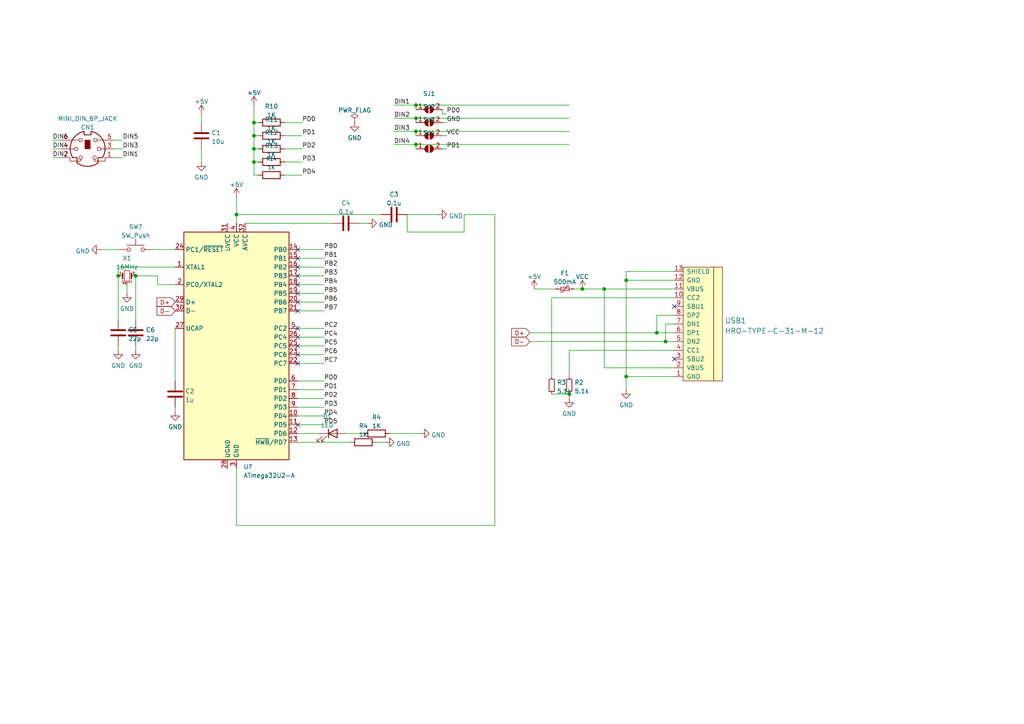
<source format=kicad_sch>
(kicad_sch (version 20211123) (generator eeschema)

  (uuid e63e39d7-6ac0-4ffd-8aa3-1841a4541b55)

  (paper "A4")

  (lib_symbols
    (symbol "Connector:Mini-DIN-6" (pin_names (offset 1.016)) (in_bom yes) (on_board yes)
      (property "Reference" "J" (id 0) (at 0 6.35 0)
        (effects (font (size 1.27 1.27)))
      )
      (property "Value" "Mini-DIN-6" (id 1) (at 0 -6.35 0)
        (effects (font (size 1.27 1.27)))
      )
      (property "Footprint" "" (id 2) (at 0 0 0)
        (effects (font (size 1.27 1.27)) hide)
      )
      (property "Datasheet" "http://service.powerdynamics.com/ec/Catalog17/Section%2011.pdf" (id 3) (at 0 0 0)
        (effects (font (size 1.27 1.27)) hide)
      )
      (property "ki_keywords" "Mini-DIN" (id 4) (at 0 0 0)
        (effects (font (size 1.27 1.27)) hide)
      )
      (property "ki_description" "6-pin Mini-DIN connector" (id 5) (at 0 0 0)
        (effects (font (size 1.27 1.27)) hide)
      )
      (property "ki_fp_filters" "MINI?DIN*" (id 6) (at 0 0 0)
        (effects (font (size 1.27 1.27)) hide)
      )
      (symbol "Mini-DIN-6_0_1"
        (circle (center -3.302 0) (radius 0.508)
          (stroke (width 0) (type default) (color 0 0 0 0))
          (fill (type none))
        )
        (arc (start -3.048 -4.064) (mid 0 -5.08) (end 3.048 -4.064)
          (stroke (width 0.254) (type default) (color 0 0 0 0))
          (fill (type none))
        )
        (circle (center -2.032 -2.54) (radius 0.508)
          (stroke (width 0) (type default) (color 0 0 0 0))
          (fill (type none))
        )
        (circle (center -2.032 2.54) (radius 0.508)
          (stroke (width 0) (type default) (color 0 0 0 0))
          (fill (type none))
        )
        (arc (start -1.016 5.08) (mid -4.6243 2.1182) (end -4.318 -2.54)
          (stroke (width 0.254) (type default) (color 0 0 0 0))
          (fill (type none))
        )
        (rectangle (start -0.762 2.54) (end 0.762 0)
          (stroke (width 0) (type default) (color 0 0 0 0))
          (fill (type outline))
        )
        (polyline
          (pts
            (xy -3.81 0)
            (xy -5.08 0)
          )
          (stroke (width 0) (type default) (color 0 0 0 0))
          (fill (type none))
        )
        (polyline
          (pts
            (xy -2.54 2.54)
            (xy -5.08 2.54)
          )
          (stroke (width 0) (type default) (color 0 0 0 0))
          (fill (type none))
        )
        (polyline
          (pts
            (xy 2.794 2.54)
            (xy 5.08 2.54)
          )
          (stroke (width 0) (type default) (color 0 0 0 0))
          (fill (type none))
        )
        (polyline
          (pts
            (xy 5.08 0)
            (xy 3.81 0)
          )
          (stroke (width 0) (type default) (color 0 0 0 0))
          (fill (type none))
        )
        (polyline
          (pts
            (xy -4.318 -2.54)
            (xy -3.048 -2.54)
            (xy -3.048 -4.064)
          )
          (stroke (width 0.254) (type default) (color 0 0 0 0))
          (fill (type none))
        )
        (polyline
          (pts
            (xy 4.318 -2.54)
            (xy 3.048 -2.54)
            (xy 3.048 -4.064)
          )
          (stroke (width 0.254) (type default) (color 0 0 0 0))
          (fill (type none))
        )
        (polyline
          (pts
            (xy -2.032 -3.048)
            (xy -2.032 -3.556)
            (xy -5.08 -3.556)
            (xy -5.08 -2.54)
          )
          (stroke (width 0) (type default) (color 0 0 0 0))
          (fill (type none))
        )
        (polyline
          (pts
            (xy -1.016 5.08)
            (xy -1.016 4.064)
            (xy 1.016 4.064)
            (xy 1.016 5.08)
          )
          (stroke (width 0.254) (type default) (color 0 0 0 0))
          (fill (type none))
        )
        (polyline
          (pts
            (xy 2.032 -3.048)
            (xy 2.032 -3.556)
            (xy 5.08 -3.556)
            (xy 5.08 -2.54)
          )
          (stroke (width 0) (type default) (color 0 0 0 0))
          (fill (type none))
        )
        (circle (center 2.032 -2.54) (radius 0.508)
          (stroke (width 0) (type default) (color 0 0 0 0))
          (fill (type none))
        )
        (circle (center 2.286 2.54) (radius 0.508)
          (stroke (width 0) (type default) (color 0 0 0 0))
          (fill (type none))
        )
        (circle (center 3.302 0) (radius 0.508)
          (stroke (width 0) (type default) (color 0 0 0 0))
          (fill (type none))
        )
        (arc (start 4.318 -2.54) (mid 4.6646 2.1357) (end 1.016 5.08)
          (stroke (width 0.254) (type default) (color 0 0 0 0))
          (fill (type none))
        )
      )
      (symbol "Mini-DIN-6_1_1"
        (pin passive line (at 7.62 -2.54 180) (length 2.54)
          (name "~" (effects (font (size 1.27 1.27))))
          (number "1" (effects (font (size 1.27 1.27))))
        )
        (pin passive line (at -7.62 -2.54 0) (length 2.54)
          (name "~" (effects (font (size 1.27 1.27))))
          (number "2" (effects (font (size 1.27 1.27))))
        )
        (pin passive line (at 7.62 0 180) (length 2.54)
          (name "~" (effects (font (size 1.27 1.27))))
          (number "3" (effects (font (size 1.27 1.27))))
        )
        (pin passive line (at -7.62 0 0) (length 2.54)
          (name "~" (effects (font (size 1.27 1.27))))
          (number "4" (effects (font (size 1.27 1.27))))
        )
        (pin passive line (at 7.62 2.54 180) (length 2.54)
          (name "~" (effects (font (size 1.27 1.27))))
          (number "5" (effects (font (size 1.27 1.27))))
        )
        (pin passive line (at -7.62 2.54 0) (length 2.54)
          (name "~" (effects (font (size 1.27 1.27))))
          (number "6" (effects (font (size 1.27 1.27))))
        )
      )
    )
    (symbol "Device:C" (pin_numbers hide) (pin_names (offset 0.254)) (in_bom yes) (on_board yes)
      (property "Reference" "C" (id 0) (at 0.635 2.54 0)
        (effects (font (size 1.27 1.27)) (justify left))
      )
      (property "Value" "C" (id 1) (at 0.635 -2.54 0)
        (effects (font (size 1.27 1.27)) (justify left))
      )
      (property "Footprint" "" (id 2) (at 0.9652 -3.81 0)
        (effects (font (size 1.27 1.27)) hide)
      )
      (property "Datasheet" "~" (id 3) (at 0 0 0)
        (effects (font (size 1.27 1.27)) hide)
      )
      (property "ki_keywords" "cap capacitor" (id 4) (at 0 0 0)
        (effects (font (size 1.27 1.27)) hide)
      )
      (property "ki_description" "Unpolarized capacitor" (id 5) (at 0 0 0)
        (effects (font (size 1.27 1.27)) hide)
      )
      (property "ki_fp_filters" "C_*" (id 6) (at 0 0 0)
        (effects (font (size 1.27 1.27)) hide)
      )
      (symbol "C_0_1"
        (polyline
          (pts
            (xy -2.032 -0.762)
            (xy 2.032 -0.762)
          )
          (stroke (width 0.508) (type default) (color 0 0 0 0))
          (fill (type none))
        )
        (polyline
          (pts
            (xy -2.032 0.762)
            (xy 2.032 0.762)
          )
          (stroke (width 0.508) (type default) (color 0 0 0 0))
          (fill (type none))
        )
      )
      (symbol "C_1_1"
        (pin passive line (at 0 3.81 270) (length 2.794)
          (name "~" (effects (font (size 1.27 1.27))))
          (number "1" (effects (font (size 1.27 1.27))))
        )
        (pin passive line (at 0 -3.81 90) (length 2.794)
          (name "~" (effects (font (size 1.27 1.27))))
          (number "2" (effects (font (size 1.27 1.27))))
        )
      )
    )
    (symbol "Device:Crystal_GND2_Small" (pin_names (offset 1.016) hide) (in_bom yes) (on_board yes)
      (property "Reference" "Y" (id 0) (at 0 5.08 0)
        (effects (font (size 1.27 1.27)))
      )
      (property "Value" "Crystal_GND2_Small" (id 1) (at 0 3.175 0)
        (effects (font (size 1.27 1.27)))
      )
      (property "Footprint" "" (id 2) (at 0 0 0)
        (effects (font (size 1.27 1.27)) hide)
      )
      (property "Datasheet" "~" (id 3) (at 0 0 0)
        (effects (font (size 1.27 1.27)) hide)
      )
      (property "ki_keywords" "quartz ceramic resonator oscillator" (id 4) (at 0 0 0)
        (effects (font (size 1.27 1.27)) hide)
      )
      (property "ki_description" "Three pin crystal, GND on pin 2, small symbol" (id 5) (at 0 0 0)
        (effects (font (size 1.27 1.27)) hide)
      )
      (property "ki_fp_filters" "Crystal*" (id 6) (at 0 0 0)
        (effects (font (size 1.27 1.27)) hide)
      )
      (symbol "Crystal_GND2_Small_0_1"
        (rectangle (start -0.762 -1.524) (end 0.762 1.524)
          (stroke (width 0) (type default) (color 0 0 0 0))
          (fill (type none))
        )
        (polyline
          (pts
            (xy -1.27 -0.762)
            (xy -1.27 0.762)
          )
          (stroke (width 0.381) (type default) (color 0 0 0 0))
          (fill (type none))
        )
        (polyline
          (pts
            (xy 1.27 -0.762)
            (xy 1.27 0.762)
          )
          (stroke (width 0.381) (type default) (color 0 0 0 0))
          (fill (type none))
        )
        (polyline
          (pts
            (xy -1.27 -1.27)
            (xy -1.27 -1.905)
            (xy 1.27 -1.905)
            (xy 1.27 -1.27)
          )
          (stroke (width 0) (type default) (color 0 0 0 0))
          (fill (type none))
        )
      )
      (symbol "Crystal_GND2_Small_1_1"
        (pin passive line (at -2.54 0 0) (length 1.27)
          (name "1" (effects (font (size 1.27 1.27))))
          (number "1" (effects (font (size 0.762 0.762))))
        )
        (pin passive line (at 0 -2.54 90) (length 0.635)
          (name "2" (effects (font (size 1.27 1.27))))
          (number "2" (effects (font (size 0.762 0.762))))
        )
        (pin passive line (at 2.54 0 180) (length 1.27)
          (name "3" (effects (font (size 1.27 1.27))))
          (number "3" (effects (font (size 0.762 0.762))))
        )
      )
    )
    (symbol "Device:LED" (pin_numbers hide) (pin_names (offset 1.016) hide) (in_bom yes) (on_board yes)
      (property "Reference" "D" (id 0) (at 0 2.54 0)
        (effects (font (size 1.27 1.27)))
      )
      (property "Value" "LED" (id 1) (at 0 -2.54 0)
        (effects (font (size 1.27 1.27)))
      )
      (property "Footprint" "" (id 2) (at 0 0 0)
        (effects (font (size 1.27 1.27)) hide)
      )
      (property "Datasheet" "~" (id 3) (at 0 0 0)
        (effects (font (size 1.27 1.27)) hide)
      )
      (property "ki_keywords" "LED diode" (id 4) (at 0 0 0)
        (effects (font (size 1.27 1.27)) hide)
      )
      (property "ki_description" "Light emitting diode" (id 5) (at 0 0 0)
        (effects (font (size 1.27 1.27)) hide)
      )
      (property "ki_fp_filters" "LED* LED_SMD:* LED_THT:*" (id 6) (at 0 0 0)
        (effects (font (size 1.27 1.27)) hide)
      )
      (symbol "LED_0_1"
        (polyline
          (pts
            (xy -1.27 -1.27)
            (xy -1.27 1.27)
          )
          (stroke (width 0.254) (type default) (color 0 0 0 0))
          (fill (type none))
        )
        (polyline
          (pts
            (xy -1.27 0)
            (xy 1.27 0)
          )
          (stroke (width 0) (type default) (color 0 0 0 0))
          (fill (type none))
        )
        (polyline
          (pts
            (xy 1.27 -1.27)
            (xy 1.27 1.27)
            (xy -1.27 0)
            (xy 1.27 -1.27)
          )
          (stroke (width 0.254) (type default) (color 0 0 0 0))
          (fill (type none))
        )
        (polyline
          (pts
            (xy -3.048 -0.762)
            (xy -4.572 -2.286)
            (xy -3.81 -2.286)
            (xy -4.572 -2.286)
            (xy -4.572 -1.524)
          )
          (stroke (width 0) (type default) (color 0 0 0 0))
          (fill (type none))
        )
        (polyline
          (pts
            (xy -1.778 -0.762)
            (xy -3.302 -2.286)
            (xy -2.54 -2.286)
            (xy -3.302 -2.286)
            (xy -3.302 -1.524)
          )
          (stroke (width 0) (type default) (color 0 0 0 0))
          (fill (type none))
        )
      )
      (symbol "LED_1_1"
        (pin passive line (at -3.81 0 0) (length 2.54)
          (name "K" (effects (font (size 1.27 1.27))))
          (number "1" (effects (font (size 1.27 1.27))))
        )
        (pin passive line (at 3.81 0 180) (length 2.54)
          (name "A" (effects (font (size 1.27 1.27))))
          (number "2" (effects (font (size 1.27 1.27))))
        )
      )
    )
    (symbol "Device:Polyfuse_Small" (pin_numbers hide) (pin_names (offset 0)) (in_bom yes) (on_board yes)
      (property "Reference" "F" (id 0) (at -1.905 0 90)
        (effects (font (size 1.27 1.27)))
      )
      (property "Value" "Polyfuse_Small" (id 1) (at 1.905 0 90)
        (effects (font (size 1.27 1.27)))
      )
      (property "Footprint" "" (id 2) (at 1.27 -5.08 0)
        (effects (font (size 1.27 1.27)) (justify left) hide)
      )
      (property "Datasheet" "~" (id 3) (at 0 0 0)
        (effects (font (size 1.27 1.27)) hide)
      )
      (property "ki_keywords" "resettable fuse PTC PPTC polyfuse polyswitch" (id 4) (at 0 0 0)
        (effects (font (size 1.27 1.27)) hide)
      )
      (property "ki_description" "Resettable fuse, polymeric positive temperature coefficient, small symbol" (id 5) (at 0 0 0)
        (effects (font (size 1.27 1.27)) hide)
      )
      (property "ki_fp_filters" "*polyfuse* *PTC*" (id 6) (at 0 0 0)
        (effects (font (size 1.27 1.27)) hide)
      )
      (symbol "Polyfuse_Small_0_1"
        (rectangle (start -0.508 1.27) (end 0.508 -1.27)
          (stroke (width 0) (type default) (color 0 0 0 0))
          (fill (type none))
        )
        (polyline
          (pts
            (xy 0 2.54)
            (xy 0 -2.54)
          )
          (stroke (width 0) (type default) (color 0 0 0 0))
          (fill (type none))
        )
        (polyline
          (pts
            (xy -1.016 1.27)
            (xy -1.016 0.762)
            (xy 1.016 -0.762)
            (xy 1.016 -1.27)
          )
          (stroke (width 0) (type default) (color 0 0 0 0))
          (fill (type none))
        )
      )
      (symbol "Polyfuse_Small_1_1"
        (pin passive line (at 0 2.54 270) (length 0.635)
          (name "~" (effects (font (size 1.27 1.27))))
          (number "1" (effects (font (size 1.27 1.27))))
        )
        (pin passive line (at 0 -2.54 90) (length 0.635)
          (name "~" (effects (font (size 1.27 1.27))))
          (number "2" (effects (font (size 1.27 1.27))))
        )
      )
    )
    (symbol "Device:R" (pin_numbers hide) (pin_names (offset 0)) (in_bom yes) (on_board yes)
      (property "Reference" "R" (id 0) (at 2.032 0 90)
        (effects (font (size 1.27 1.27)))
      )
      (property "Value" "R" (id 1) (at 0 0 90)
        (effects (font (size 1.27 1.27)))
      )
      (property "Footprint" "" (id 2) (at -1.778 0 90)
        (effects (font (size 1.27 1.27)) hide)
      )
      (property "Datasheet" "~" (id 3) (at 0 0 0)
        (effects (font (size 1.27 1.27)) hide)
      )
      (property "ki_keywords" "R res resistor" (id 4) (at 0 0 0)
        (effects (font (size 1.27 1.27)) hide)
      )
      (property "ki_description" "Resistor" (id 5) (at 0 0 0)
        (effects (font (size 1.27 1.27)) hide)
      )
      (property "ki_fp_filters" "R_*" (id 6) (at 0 0 0)
        (effects (font (size 1.27 1.27)) hide)
      )
      (symbol "R_0_1"
        (rectangle (start -1.016 -2.54) (end 1.016 2.54)
          (stroke (width 0.254) (type default) (color 0 0 0 0))
          (fill (type none))
        )
      )
      (symbol "R_1_1"
        (pin passive line (at 0 3.81 270) (length 1.27)
          (name "~" (effects (font (size 1.27 1.27))))
          (number "1" (effects (font (size 1.27 1.27))))
        )
        (pin passive line (at 0 -3.81 90) (length 1.27)
          (name "~" (effects (font (size 1.27 1.27))))
          (number "2" (effects (font (size 1.27 1.27))))
        )
      )
    )
    (symbol "Device:R_Small" (pin_numbers hide) (pin_names (offset 0.254) hide) (in_bom yes) (on_board yes)
      (property "Reference" "R" (id 0) (at 0.762 0.508 0)
        (effects (font (size 1.27 1.27)) (justify left))
      )
      (property "Value" "R_Small" (id 1) (at 0.762 -1.016 0)
        (effects (font (size 1.27 1.27)) (justify left))
      )
      (property "Footprint" "" (id 2) (at 0 0 0)
        (effects (font (size 1.27 1.27)) hide)
      )
      (property "Datasheet" "~" (id 3) (at 0 0 0)
        (effects (font (size 1.27 1.27)) hide)
      )
      (property "ki_keywords" "R resistor" (id 4) (at 0 0 0)
        (effects (font (size 1.27 1.27)) hide)
      )
      (property "ki_description" "Resistor, small symbol" (id 5) (at 0 0 0)
        (effects (font (size 1.27 1.27)) hide)
      )
      (property "ki_fp_filters" "R_*" (id 6) (at 0 0 0)
        (effects (font (size 1.27 1.27)) hide)
      )
      (symbol "R_Small_0_1"
        (rectangle (start -0.762 1.778) (end 0.762 -1.778)
          (stroke (width 0.2032) (type default) (color 0 0 0 0))
          (fill (type none))
        )
      )
      (symbol "R_Small_1_1"
        (pin passive line (at 0 2.54 270) (length 0.762)
          (name "~" (effects (font (size 1.27 1.27))))
          (number "1" (effects (font (size 1.27 1.27))))
        )
        (pin passive line (at 0 -2.54 90) (length 0.762)
          (name "~" (effects (font (size 1.27 1.27))))
          (number "2" (effects (font (size 1.27 1.27))))
        )
      )
    )
    (symbol "Jumper:SolderJumper_2_Open" (pin_names (offset 0) hide) (in_bom yes) (on_board yes)
      (property "Reference" "JP" (id 0) (at 0 2.032 0)
        (effects (font (size 1.27 1.27)))
      )
      (property "Value" "SolderJumper_2_Open" (id 1) (at 0 -2.54 0)
        (effects (font (size 1.27 1.27)))
      )
      (property "Footprint" "" (id 2) (at 0 0 0)
        (effects (font (size 1.27 1.27)) hide)
      )
      (property "Datasheet" "~" (id 3) (at 0 0 0)
        (effects (font (size 1.27 1.27)) hide)
      )
      (property "ki_keywords" "solder jumper SPST" (id 4) (at 0 0 0)
        (effects (font (size 1.27 1.27)) hide)
      )
      (property "ki_description" "Solder Jumper, 2-pole, open" (id 5) (at 0 0 0)
        (effects (font (size 1.27 1.27)) hide)
      )
      (property "ki_fp_filters" "SolderJumper*Open*" (id 6) (at 0 0 0)
        (effects (font (size 1.27 1.27)) hide)
      )
      (symbol "SolderJumper_2_Open_0_1"
        (arc (start -0.254 1.016) (mid -1.27 0) (end -0.254 -1.016)
          (stroke (width 0) (type default) (color 0 0 0 0))
          (fill (type none))
        )
        (arc (start -0.254 1.016) (mid -1.27 0) (end -0.254 -1.016)
          (stroke (width 0) (type default) (color 0 0 0 0))
          (fill (type outline))
        )
        (polyline
          (pts
            (xy -0.254 1.016)
            (xy -0.254 -1.016)
          )
          (stroke (width 0) (type default) (color 0 0 0 0))
          (fill (type none))
        )
        (polyline
          (pts
            (xy 0.254 1.016)
            (xy 0.254 -1.016)
          )
          (stroke (width 0) (type default) (color 0 0 0 0))
          (fill (type none))
        )
        (arc (start 0.254 -1.016) (mid 1.27 0) (end 0.254 1.016)
          (stroke (width 0) (type default) (color 0 0 0 0))
          (fill (type none))
        )
        (arc (start 0.254 -1.016) (mid 1.27 0) (end 0.254 1.016)
          (stroke (width 0) (type default) (color 0 0 0 0))
          (fill (type outline))
        )
      )
      (symbol "SolderJumper_2_Open_1_1"
        (pin passive line (at -3.81 0 0) (length 2.54)
          (name "A" (effects (font (size 1.27 1.27))))
          (number "1" (effects (font (size 1.27 1.27))))
        )
        (pin passive line (at 3.81 0 180) (length 2.54)
          (name "B" (effects (font (size 1.27 1.27))))
          (number "2" (effects (font (size 1.27 1.27))))
        )
      )
    )
    (symbol "MCU_Microchip_ATmega:ATmega32U2-A" (in_bom yes) (on_board yes)
      (property "Reference" "U" (id 0) (at -15.24 34.29 0)
        (effects (font (size 1.27 1.27)) (justify left bottom))
      )
      (property "Value" "ATmega32U2-A" (id 1) (at 2.54 -34.29 0)
        (effects (font (size 1.27 1.27)) (justify left top))
      )
      (property "Footprint" "Package_QFP:TQFP-32_7x7mm_P0.8mm" (id 2) (at 0 0 0)
        (effects (font (size 1.27 1.27) italic) hide)
      )
      (property "Datasheet" "http://ww1.microchip.com/downloads/en/DeviceDoc/doc7799.pdf" (id 3) (at 0 0 0)
        (effects (font (size 1.27 1.27)) hide)
      )
      (property "ki_keywords" "AVR 8bit Microcontroller MegaAVR" (id 4) (at 0 0 0)
        (effects (font (size 1.27 1.27)) hide)
      )
      (property "ki_description" "16MHz, 32kB Flash, 1kB SRAM, 1kB EEPROM, TQFP-32" (id 5) (at 0 0 0)
        (effects (font (size 1.27 1.27)) hide)
      )
      (property "ki_fp_filters" "TQFP*7x7mm*P0.8mm*" (id 6) (at 0 0 0)
        (effects (font (size 1.27 1.27)) hide)
      )
      (symbol "ATmega32U2-A_0_1"
        (rectangle (start -15.24 -33.02) (end 15.24 33.02)
          (stroke (width 0.254) (type default) (color 0 0 0 0))
          (fill (type background))
        )
      )
      (symbol "ATmega32U2-A_1_1"
        (pin input line (at -17.78 22.86 0) (length 2.54)
          (name "XTAL1" (effects (font (size 1.27 1.27))))
          (number "1" (effects (font (size 1.27 1.27))))
        )
        (pin bidirectional line (at 17.78 -20.32 180) (length 2.54)
          (name "PD4" (effects (font (size 1.27 1.27))))
          (number "10" (effects (font (size 1.27 1.27))))
        )
        (pin bidirectional line (at 17.78 -22.86 180) (length 2.54)
          (name "PD5" (effects (font (size 1.27 1.27))))
          (number "11" (effects (font (size 1.27 1.27))))
        )
        (pin bidirectional line (at 17.78 -25.4 180) (length 2.54)
          (name "PD6" (effects (font (size 1.27 1.27))))
          (number "12" (effects (font (size 1.27 1.27))))
        )
        (pin bidirectional line (at 17.78 -27.94 180) (length 2.54)
          (name "~{HWB}/PD7" (effects (font (size 1.27 1.27))))
          (number "13" (effects (font (size 1.27 1.27))))
        )
        (pin bidirectional line (at 17.78 27.94 180) (length 2.54)
          (name "PB0" (effects (font (size 1.27 1.27))))
          (number "14" (effects (font (size 1.27 1.27))))
        )
        (pin bidirectional line (at 17.78 25.4 180) (length 2.54)
          (name "PB1" (effects (font (size 1.27 1.27))))
          (number "15" (effects (font (size 1.27 1.27))))
        )
        (pin bidirectional line (at 17.78 22.86 180) (length 2.54)
          (name "PB2" (effects (font (size 1.27 1.27))))
          (number "16" (effects (font (size 1.27 1.27))))
        )
        (pin bidirectional line (at 17.78 20.32 180) (length 2.54)
          (name "PB3" (effects (font (size 1.27 1.27))))
          (number "17" (effects (font (size 1.27 1.27))))
        )
        (pin bidirectional line (at 17.78 17.78 180) (length 2.54)
          (name "PB4" (effects (font (size 1.27 1.27))))
          (number "18" (effects (font (size 1.27 1.27))))
        )
        (pin bidirectional line (at 17.78 15.24 180) (length 2.54)
          (name "PB5" (effects (font (size 1.27 1.27))))
          (number "19" (effects (font (size 1.27 1.27))))
        )
        (pin bidirectional line (at -17.78 17.78 0) (length 2.54)
          (name "PC0/XTAL2" (effects (font (size 1.27 1.27))))
          (number "2" (effects (font (size 1.27 1.27))))
        )
        (pin bidirectional line (at 17.78 12.7 180) (length 2.54)
          (name "PB6" (effects (font (size 1.27 1.27))))
          (number "20" (effects (font (size 1.27 1.27))))
        )
        (pin bidirectional line (at 17.78 10.16 180) (length 2.54)
          (name "PB7" (effects (font (size 1.27 1.27))))
          (number "21" (effects (font (size 1.27 1.27))))
        )
        (pin bidirectional line (at 17.78 -5.08 180) (length 2.54)
          (name "PC7" (effects (font (size 1.27 1.27))))
          (number "22" (effects (font (size 1.27 1.27))))
        )
        (pin bidirectional line (at 17.78 -2.54 180) (length 2.54)
          (name "PC6" (effects (font (size 1.27 1.27))))
          (number "23" (effects (font (size 1.27 1.27))))
        )
        (pin bidirectional line (at -17.78 27.94 0) (length 2.54)
          (name "PC1/~{RESET}" (effects (font (size 1.27 1.27))))
          (number "24" (effects (font (size 1.27 1.27))))
        )
        (pin bidirectional line (at 17.78 0 180) (length 2.54)
          (name "PC5" (effects (font (size 1.27 1.27))))
          (number "25" (effects (font (size 1.27 1.27))))
        )
        (pin bidirectional line (at 17.78 2.54 180) (length 2.54)
          (name "PC4" (effects (font (size 1.27 1.27))))
          (number "26" (effects (font (size 1.27 1.27))))
        )
        (pin passive line (at -17.78 5.08 0) (length 2.54)
          (name "UCAP" (effects (font (size 1.27 1.27))))
          (number "27" (effects (font (size 1.27 1.27))))
        )
        (pin power_in line (at -2.54 -35.56 90) (length 2.54)
          (name "UGND" (effects (font (size 1.27 1.27))))
          (number "28" (effects (font (size 1.27 1.27))))
        )
        (pin bidirectional line (at -17.78 12.7 0) (length 2.54)
          (name "D+" (effects (font (size 1.27 1.27))))
          (number "29" (effects (font (size 1.27 1.27))))
        )
        (pin power_in line (at 0 -35.56 90) (length 2.54)
          (name "GND" (effects (font (size 1.27 1.27))))
          (number "3" (effects (font (size 1.27 1.27))))
        )
        (pin bidirectional line (at -17.78 10.16 0) (length 2.54)
          (name "D-" (effects (font (size 1.27 1.27))))
          (number "30" (effects (font (size 1.27 1.27))))
        )
        (pin power_in line (at -2.54 35.56 270) (length 2.54)
          (name "UVCC" (effects (font (size 1.27 1.27))))
          (number "31" (effects (font (size 1.27 1.27))))
        )
        (pin power_in line (at 2.54 35.56 270) (length 2.54)
          (name "AVCC" (effects (font (size 1.27 1.27))))
          (number "32" (effects (font (size 1.27 1.27))))
        )
        (pin power_in line (at 0 35.56 270) (length 2.54)
          (name "VCC" (effects (font (size 1.27 1.27))))
          (number "4" (effects (font (size 1.27 1.27))))
        )
        (pin bidirectional line (at 17.78 5.08 180) (length 2.54)
          (name "PC2" (effects (font (size 1.27 1.27))))
          (number "5" (effects (font (size 1.27 1.27))))
        )
        (pin bidirectional line (at 17.78 -10.16 180) (length 2.54)
          (name "PD0" (effects (font (size 1.27 1.27))))
          (number "6" (effects (font (size 1.27 1.27))))
        )
        (pin bidirectional line (at 17.78 -12.7 180) (length 2.54)
          (name "PD1" (effects (font (size 1.27 1.27))))
          (number "7" (effects (font (size 1.27 1.27))))
        )
        (pin bidirectional line (at 17.78 -15.24 180) (length 2.54)
          (name "PD2" (effects (font (size 1.27 1.27))))
          (number "8" (effects (font (size 1.27 1.27))))
        )
        (pin bidirectional line (at 17.78 -17.78 180) (length 2.54)
          (name "PD3" (effects (font (size 1.27 1.27))))
          (number "9" (effects (font (size 1.27 1.27))))
        )
      )
    )
    (symbol "Switch:SW_Push" (pin_numbers hide) (pin_names (offset 1.016) hide) (in_bom yes) (on_board yes)
      (property "Reference" "SW" (id 0) (at 1.27 2.54 0)
        (effects (font (size 1.27 1.27)) (justify left))
      )
      (property "Value" "SW_Push" (id 1) (at 0 -1.524 0)
        (effects (font (size 1.27 1.27)))
      )
      (property "Footprint" "" (id 2) (at 0 5.08 0)
        (effects (font (size 1.27 1.27)) hide)
      )
      (property "Datasheet" "~" (id 3) (at 0 5.08 0)
        (effects (font (size 1.27 1.27)) hide)
      )
      (property "ki_keywords" "switch normally-open pushbutton push-button" (id 4) (at 0 0 0)
        (effects (font (size 1.27 1.27)) hide)
      )
      (property "ki_description" "Push button switch, generic, two pins" (id 5) (at 0 0 0)
        (effects (font (size 1.27 1.27)) hide)
      )
      (symbol "SW_Push_0_1"
        (circle (center -2.032 0) (radius 0.508)
          (stroke (width 0) (type default) (color 0 0 0 0))
          (fill (type none))
        )
        (polyline
          (pts
            (xy 0 1.27)
            (xy 0 3.048)
          )
          (stroke (width 0) (type default) (color 0 0 0 0))
          (fill (type none))
        )
        (polyline
          (pts
            (xy 2.54 1.27)
            (xy -2.54 1.27)
          )
          (stroke (width 0) (type default) (color 0 0 0 0))
          (fill (type none))
        )
        (circle (center 2.032 0) (radius 0.508)
          (stroke (width 0) (type default) (color 0 0 0 0))
          (fill (type none))
        )
        (pin passive line (at -5.08 0 0) (length 2.54)
          (name "1" (effects (font (size 1.27 1.27))))
          (number "1" (effects (font (size 1.27 1.27))))
        )
        (pin passive line (at 5.08 0 180) (length 2.54)
          (name "2" (effects (font (size 1.27 1.27))))
          (number "2" (effects (font (size 1.27 1.27))))
        )
      )
    )
    (symbol "Type-C:HRO-TYPE-C-31-M-12" (pin_names (offset 1.016)) (in_bom yes) (on_board yes)
      (property "Reference" "USB" (id 0) (at -5.08 16.51 0)
        (effects (font (size 1.524 1.524)))
      )
      (property "Value" "HRO-TYPE-C-31-M-12" (id 1) (at -10.16 -1.27 90)
        (effects (font (size 1.524 1.524)))
      )
      (property "Footprint" "" (id 2) (at 0 0 0)
        (effects (font (size 1.524 1.524)) hide)
      )
      (property "Datasheet" "" (id 3) (at 0 0 0)
        (effects (font (size 1.524 1.524)) hide)
      )
      (symbol "HRO-TYPE-C-31-M-12_0_1"
        (rectangle (start -11.43 15.24) (end -8.89 -17.78)
          (stroke (width 0) (type default) (color 0 0 0 0))
          (fill (type background))
        )
        (rectangle (start 0 -17.78) (end -8.89 15.24)
          (stroke (width 0) (type default) (color 0 0 0 0))
          (fill (type background))
        )
      )
      (symbol "HRO-TYPE-C-31-M-12_1_1"
        (pin input line (at 2.54 13.97 180) (length 2.54)
          (name "GND" (effects (font (size 1.27 1.27))))
          (number "1" (effects (font (size 1.27 1.27))))
        )
        (pin input line (at 2.54 -8.89 180) (length 2.54)
          (name "CC2" (effects (font (size 1.27 1.27))))
          (number "10" (effects (font (size 1.27 1.27))))
        )
        (pin input line (at 2.54 -11.43 180) (length 2.54)
          (name "VBUS" (effects (font (size 1.27 1.27))))
          (number "11" (effects (font (size 1.27 1.27))))
        )
        (pin input line (at 2.54 -13.97 180) (length 2.54)
          (name "GND" (effects (font (size 1.27 1.27))))
          (number "12" (effects (font (size 1.27 1.27))))
        )
        (pin input line (at 2.54 -16.51 180) (length 2.54)
          (name "SHIELD" (effects (font (size 1.27 1.27))))
          (number "13" (effects (font (size 1.27 1.27))))
        )
        (pin input line (at 2.54 11.43 180) (length 2.54)
          (name "VBUS" (effects (font (size 1.27 1.27))))
          (number "2" (effects (font (size 1.27 1.27))))
        )
        (pin input line (at 2.54 8.89 180) (length 2.54)
          (name "SBU2" (effects (font (size 1.27 1.27))))
          (number "3" (effects (font (size 1.27 1.27))))
        )
        (pin input line (at 2.54 6.35 180) (length 2.54)
          (name "CC1" (effects (font (size 1.27 1.27))))
          (number "4" (effects (font (size 1.27 1.27))))
        )
        (pin input line (at 2.54 3.81 180) (length 2.54)
          (name "DN2" (effects (font (size 1.27 1.27))))
          (number "5" (effects (font (size 1.27 1.27))))
        )
        (pin input line (at 2.54 1.27 180) (length 2.54)
          (name "DP1" (effects (font (size 1.27 1.27))))
          (number "6" (effects (font (size 1.27 1.27))))
        )
        (pin input line (at 2.54 -1.27 180) (length 2.54)
          (name "DN1" (effects (font (size 1.27 1.27))))
          (number "7" (effects (font (size 1.27 1.27))))
        )
        (pin input line (at 2.54 -3.81 180) (length 2.54)
          (name "DP2" (effects (font (size 1.27 1.27))))
          (number "8" (effects (font (size 1.27 1.27))))
        )
        (pin input line (at 2.54 -6.35 180) (length 2.54)
          (name "SBU1" (effects (font (size 1.27 1.27))))
          (number "9" (effects (font (size 1.27 1.27))))
        )
      )
    )
    (symbol "power:+5V" (power) (pin_names (offset 0)) (in_bom yes) (on_board yes)
      (property "Reference" "#PWR" (id 0) (at 0 -3.81 0)
        (effects (font (size 1.27 1.27)) hide)
      )
      (property "Value" "+5V" (id 1) (at 0 3.556 0)
        (effects (font (size 1.27 1.27)))
      )
      (property "Footprint" "" (id 2) (at 0 0 0)
        (effects (font (size 1.27 1.27)) hide)
      )
      (property "Datasheet" "" (id 3) (at 0 0 0)
        (effects (font (size 1.27 1.27)) hide)
      )
      (property "ki_keywords" "power-flag" (id 4) (at 0 0 0)
        (effects (font (size 1.27 1.27)) hide)
      )
      (property "ki_description" "Power symbol creates a global label with name \"+5V\"" (id 5) (at 0 0 0)
        (effects (font (size 1.27 1.27)) hide)
      )
      (symbol "+5V_0_1"
        (polyline
          (pts
            (xy -0.762 1.27)
            (xy 0 2.54)
          )
          (stroke (width 0) (type default) (color 0 0 0 0))
          (fill (type none))
        )
        (polyline
          (pts
            (xy 0 0)
            (xy 0 2.54)
          )
          (stroke (width 0) (type default) (color 0 0 0 0))
          (fill (type none))
        )
        (polyline
          (pts
            (xy 0 2.54)
            (xy 0.762 1.27)
          )
          (stroke (width 0) (type default) (color 0 0 0 0))
          (fill (type none))
        )
      )
      (symbol "+5V_1_1"
        (pin power_in line (at 0 0 90) (length 0) hide
          (name "+5V" (effects (font (size 1.27 1.27))))
          (number "1" (effects (font (size 1.27 1.27))))
        )
      )
    )
    (symbol "power:GND" (power) (pin_names (offset 0)) (in_bom yes) (on_board yes)
      (property "Reference" "#PWR" (id 0) (at 0 -6.35 0)
        (effects (font (size 1.27 1.27)) hide)
      )
      (property "Value" "GND" (id 1) (at 0 -3.81 0)
        (effects (font (size 1.27 1.27)))
      )
      (property "Footprint" "" (id 2) (at 0 0 0)
        (effects (font (size 1.27 1.27)) hide)
      )
      (property "Datasheet" "" (id 3) (at 0 0 0)
        (effects (font (size 1.27 1.27)) hide)
      )
      (property "ki_keywords" "power-flag" (id 4) (at 0 0 0)
        (effects (font (size 1.27 1.27)) hide)
      )
      (property "ki_description" "Power symbol creates a global label with name \"GND\" , ground" (id 5) (at 0 0 0)
        (effects (font (size 1.27 1.27)) hide)
      )
      (symbol "GND_0_1"
        (polyline
          (pts
            (xy 0 0)
            (xy 0 -1.27)
            (xy 1.27 -1.27)
            (xy 0 -2.54)
            (xy -1.27 -1.27)
            (xy 0 -1.27)
          )
          (stroke (width 0) (type default) (color 0 0 0 0))
          (fill (type none))
        )
      )
      (symbol "GND_1_1"
        (pin power_in line (at 0 0 270) (length 0) hide
          (name "GND" (effects (font (size 1.27 1.27))))
          (number "1" (effects (font (size 1.27 1.27))))
        )
      )
    )
    (symbol "power:PWR_FLAG" (power) (pin_numbers hide) (pin_names (offset 0) hide) (in_bom yes) (on_board yes)
      (property "Reference" "#FLG" (id 0) (at 0 1.905 0)
        (effects (font (size 1.27 1.27)) hide)
      )
      (property "Value" "PWR_FLAG" (id 1) (at 0 3.81 0)
        (effects (font (size 1.27 1.27)))
      )
      (property "Footprint" "" (id 2) (at 0 0 0)
        (effects (font (size 1.27 1.27)) hide)
      )
      (property "Datasheet" "~" (id 3) (at 0 0 0)
        (effects (font (size 1.27 1.27)) hide)
      )
      (property "ki_keywords" "power-flag" (id 4) (at 0 0 0)
        (effects (font (size 1.27 1.27)) hide)
      )
      (property "ki_description" "Special symbol for telling ERC where power comes from" (id 5) (at 0 0 0)
        (effects (font (size 1.27 1.27)) hide)
      )
      (symbol "PWR_FLAG_0_0"
        (pin power_out line (at 0 0 90) (length 0)
          (name "pwr" (effects (font (size 1.27 1.27))))
          (number "1" (effects (font (size 1.27 1.27))))
        )
      )
      (symbol "PWR_FLAG_0_1"
        (polyline
          (pts
            (xy 0 0)
            (xy 0 1.27)
            (xy -1.016 1.905)
            (xy 0 2.54)
            (xy 1.016 1.905)
            (xy 0 1.27)
          )
          (stroke (width 0) (type default) (color 0 0 0 0))
          (fill (type none))
        )
      )
    )
    (symbol "power:VCC" (power) (pin_names (offset 0)) (in_bom yes) (on_board yes)
      (property "Reference" "#PWR" (id 0) (at 0 -3.81 0)
        (effects (font (size 1.27 1.27)) hide)
      )
      (property "Value" "VCC" (id 1) (at 0 3.81 0)
        (effects (font (size 1.27 1.27)))
      )
      (property "Footprint" "" (id 2) (at 0 0 0)
        (effects (font (size 1.27 1.27)) hide)
      )
      (property "Datasheet" "" (id 3) (at 0 0 0)
        (effects (font (size 1.27 1.27)) hide)
      )
      (property "ki_keywords" "power-flag" (id 4) (at 0 0 0)
        (effects (font (size 1.27 1.27)) hide)
      )
      (property "ki_description" "Power symbol creates a global label with name \"VCC\"" (id 5) (at 0 0 0)
        (effects (font (size 1.27 1.27)) hide)
      )
      (symbol "VCC_0_1"
        (polyline
          (pts
            (xy -0.762 1.27)
            (xy 0 2.54)
          )
          (stroke (width 0) (type default) (color 0 0 0 0))
          (fill (type none))
        )
        (polyline
          (pts
            (xy 0 0)
            (xy 0 2.54)
          )
          (stroke (width 0) (type default) (color 0 0 0 0))
          (fill (type none))
        )
        (polyline
          (pts
            (xy 0 2.54)
            (xy 0.762 1.27)
          )
          (stroke (width 0) (type default) (color 0 0 0 0))
          (fill (type none))
        )
      )
      (symbol "VCC_1_1"
        (pin power_in line (at 0 0 90) (length 0) hide
          (name "VCC" (effects (font (size 1.27 1.27))))
          (number "1" (effects (font (size 1.27 1.27))))
        )
      )
    )
  )

  (junction (at 168.91 83.82) (diameter 0) (color 0 0 0 0)
    (uuid 0e3ec50b-e87e-41e5-84e4-0f7b3ffe10e0)
  )
  (junction (at 193.04 99.06) (diameter 0) (color 0 0 0 0)
    (uuid 2382424b-0905-467b-a458-dad739d3178b)
  )
  (junction (at 120.65 41.91) (diameter 0) (color 0 0 0 0)
    (uuid 2f51824b-e21c-47b1-a957-9c6156d89475)
  )
  (junction (at 175.26 83.82) (diameter 0) (color 0 0 0 0)
    (uuid 498e4712-c9a3-4119-909a-ae489786325a)
  )
  (junction (at 39.37 80.01) (diameter 0) (color 0 0 0 0)
    (uuid 4f68bb3a-2113-4da5-82d8-a0a94aeffd6c)
  )
  (junction (at 73.66 46.99) (diameter 0) (color 0 0 0 0)
    (uuid 5631a4cd-33f7-42ae-b2d0-ef35da48beee)
  )
  (junction (at 73.66 35.56) (diameter 0) (color 0 0 0 0)
    (uuid 75bcb4e0-71f2-421e-9f94-29262907c43e)
  )
  (junction (at 190.5 96.52) (diameter 0) (color 0 0 0 0)
    (uuid 7f5d4b80-85fa-41b4-8798-8171f9f34da2)
  )
  (junction (at 73.66 39.37) (diameter 0) (color 0 0 0 0)
    (uuid 8423b59c-cc40-427f-b41b-784eab5d8bf7)
  )
  (junction (at 120.65 34.29) (diameter 0) (color 0 0 0 0)
    (uuid 9412e02b-f4ef-4ba7-8cb4-6ad0ec905dc7)
  )
  (junction (at 120.65 38.1) (diameter 0) (color 0 0 0 0)
    (uuid 9f5ec040-18fd-40c1-9dbf-e570887293e1)
  )
  (junction (at 34.29 80.01) (diameter 0) (color 0 0 0 0)
    (uuid a2652b16-1c8e-4b14-96c6-c6a353ca85e5)
  )
  (junction (at 165.1 114.3) (diameter 0) (color 0 0 0 0)
    (uuid d01003ba-aefb-46d0-a41d-9dcb1cd6a4a5)
  )
  (junction (at 120.65 30.48) (diameter 0) (color 0 0 0 0)
    (uuid e19c606d-04d3-4fd6-9205-c7b406caf273)
  )
  (junction (at 68.58 62.23) (diameter 0) (color 0 0 0 0)
    (uuid e517e3b5-b80a-49da-a9d4-b4d416a16dbb)
  )
  (junction (at 73.66 43.18) (diameter 0) (color 0 0 0 0)
    (uuid e862225f-0496-4e8d-bb63-28a5370139d6)
  )
  (junction (at 181.61 109.22) (diameter 0) (color 0 0 0 0)
    (uuid ef4d7889-bff6-4229-b7bb-9a9a47354761)
  )
  (junction (at 181.61 81.28) (diameter 0) (color 0 0 0 0)
    (uuid fe86de12-900b-4fce-935d-15dfe079b2ae)
  )

  (no_connect (at 86.36 90.17) (uuid 7212b398-b3cc-4ed6-93e0-2f8a7914b6ed))
  (no_connect (at 86.36 102.87) (uuid 7212b398-b3cc-4ed6-93e0-2f8a7914b6ee))
  (no_connect (at 86.36 105.41) (uuid 7212b398-b3cc-4ed6-93e0-2f8a7914b6ef))
  (no_connect (at 86.36 100.33) (uuid 7212b398-b3cc-4ed6-93e0-2f8a7914b6f0))
  (no_connect (at 86.36 97.79) (uuid 7212b398-b3cc-4ed6-93e0-2f8a7914b6f1))
  (no_connect (at 86.36 123.19) (uuid 7212b398-b3cc-4ed6-93e0-2f8a7914b6f2))
  (no_connect (at 86.36 95.25) (uuid 7212b398-b3cc-4ed6-93e0-2f8a7914b6f3))
  (no_connect (at 86.36 80.01) (uuid 7212b398-b3cc-4ed6-93e0-2f8a7914b6f4))
  (no_connect (at 86.36 82.55) (uuid 7212b398-b3cc-4ed6-93e0-2f8a7914b6f5))
  (no_connect (at 86.36 77.47) (uuid 7212b398-b3cc-4ed6-93e0-2f8a7914b6f6))
  (no_connect (at 86.36 74.93) (uuid 7212b398-b3cc-4ed6-93e0-2f8a7914b6f7))
  (no_connect (at 86.36 72.39) (uuid 7212b398-b3cc-4ed6-93e0-2f8a7914b6f8))
  (no_connect (at 86.36 85.09) (uuid 7212b398-b3cc-4ed6-93e0-2f8a7914b6f9))
  (no_connect (at 86.36 87.63) (uuid 7212b398-b3cc-4ed6-93e0-2f8a7914b6fa))
  (no_connect (at 195.58 104.14) (uuid c35eef89-3167-42b6-bf24-38037971f3f9))
  (no_connect (at 195.58 88.9) (uuid c35eef89-3167-42b6-bf24-38037971f3f9))

  (wire (pts (xy 82.55 50.8) (xy 87.63 50.8))
    (stroke (width 0) (type default) (color 0 0 0 0))
    (uuid 00604a95-7666-4f96-bad3-02f3674a92f1)
  )
  (wire (pts (xy 165.1 114.3) (xy 160.02 114.3))
    (stroke (width 0) (type default) (color 0 0 0 0))
    (uuid 010d7784-c0ba-4260-a355-29abc1f790ed)
  )
  (wire (pts (xy 86.36 128.27) (xy 101.6 128.27))
    (stroke (width 0) (type default) (color 0 0 0 0))
    (uuid 06f1ee8b-edf4-4697-83fd-9e9f1808bc4b)
  )
  (wire (pts (xy 120.65 34.29) (xy 114.3 34.29))
    (stroke (width 0) (type default) (color 0 0 0 0))
    (uuid 079da954-078e-435f-83a1-ba0463c2a481)
  )
  (wire (pts (xy 128.27 33.02) (xy 129.54 33.02))
    (stroke (width 0) (type default) (color 0 0 0 0))
    (uuid 07d84adc-bd74-4f63-b888-5b007a8c7b8c)
  )
  (wire (pts (xy 82.55 39.37) (xy 87.63 39.37))
    (stroke (width 0) (type default) (color 0 0 0 0))
    (uuid 09404712-b75e-4a98-9448-c17dc18b812a)
  )
  (wire (pts (xy 195.58 93.98) (xy 193.04 93.98))
    (stroke (width 0) (type default) (color 0 0 0 0))
    (uuid 09a01d93-288f-4506-a562-b85215b34258)
  )
  (wire (pts (xy 86.36 74.93) (xy 93.98 74.93))
    (stroke (width 0) (type default) (color 0 0 0 0))
    (uuid 0e006e01-b151-4d6e-9611-84a495b7aa73)
  )
  (wire (pts (xy 113.03 125.73) (xy 121.92 125.73))
    (stroke (width 0) (type default) (color 0 0 0 0))
    (uuid 0f641db8-c787-4469-8321-13835586e00b)
  )
  (wire (pts (xy 86.36 97.79) (xy 93.98 97.79))
    (stroke (width 0) (type default) (color 0 0 0 0))
    (uuid 14277f09-5828-4bef-a55b-0a577f13ec6b)
  )
  (wire (pts (xy 195.58 109.22) (xy 181.61 109.22))
    (stroke (width 0) (type default) (color 0 0 0 0))
    (uuid 175096ef-c3a7-4c7a-889e-b8e36e046c78)
  )
  (wire (pts (xy 71.12 64.77) (xy 96.52 64.77))
    (stroke (width 0) (type default) (color 0 0 0 0))
    (uuid 1a868d57-48a6-4af3-95dc-a2daba831b4f)
  )
  (wire (pts (xy 120.65 31.75) (xy 120.65 30.48))
    (stroke (width 0) (type default) (color 0 0 0 0))
    (uuid 1a9b102b-f5b0-4dd5-8cd5-3e35908dc054)
  )
  (wire (pts (xy 50.8 82.55) (xy 45.72 82.55))
    (stroke (width 0) (type default) (color 0 0 0 0))
    (uuid 1b782cae-11f0-42dc-ad13-ba5bbade0716)
  )
  (wire (pts (xy 118.11 62.23) (xy 118.11 67.31))
    (stroke (width 0) (type default) (color 0 0 0 0))
    (uuid 1cbc8570-6077-4a0c-8f74-7bf0dc51b0ae)
  )
  (wire (pts (xy 120.65 41.91) (xy 114.3 41.91))
    (stroke (width 0) (type default) (color 0 0 0 0))
    (uuid 1fb121bf-de2b-4f2e-8832-66a25629b62d)
  )
  (wire (pts (xy 86.36 113.03) (xy 93.98 113.03))
    (stroke (width 0) (type default) (color 0 0 0 0))
    (uuid 23d75705-10e1-4dec-9c10-8f67a847bef4)
  )
  (wire (pts (xy 195.58 91.44) (xy 190.5 91.44))
    (stroke (width 0) (type default) (color 0 0 0 0))
    (uuid 29ea5a22-b0c8-455f-adfc-a1e4ae7ca3cd)
  )
  (wire (pts (xy 190.5 91.44) (xy 190.5 96.52))
    (stroke (width 0) (type default) (color 0 0 0 0))
    (uuid 2af03734-769d-4be2-8727-78cbed8fec04)
  )
  (wire (pts (xy 50.8 72.39) (xy 44.45 72.39))
    (stroke (width 0) (type default) (color 0 0 0 0))
    (uuid 2b384c00-dd3a-498b-956b-59a262a07d61)
  )
  (wire (pts (xy 17.78 45.72) (xy 15.24 45.72))
    (stroke (width 0) (type default) (color 0 0 0 0))
    (uuid 2e0893ae-32b7-4704-8b89-3eac66a7b1c0)
  )
  (wire (pts (xy 33.02 45.72) (xy 35.56 45.72))
    (stroke (width 0) (type default) (color 0 0 0 0))
    (uuid 2fe8fb82-a875-43d9-b72f-82742b7cdb00)
  )
  (wire (pts (xy 45.72 82.55) (xy 45.72 80.01))
    (stroke (width 0) (type default) (color 0 0 0 0))
    (uuid 2fe90946-4465-486a-b17e-35d3153db0a6)
  )
  (wire (pts (xy 86.36 87.63) (xy 93.98 87.63))
    (stroke (width 0) (type default) (color 0 0 0 0))
    (uuid 33ceb069-51be-43ff-8e36-03417509bdc5)
  )
  (wire (pts (xy 195.58 96.52) (xy 190.5 96.52))
    (stroke (width 0) (type default) (color 0 0 0 0))
    (uuid 33d2cf6a-17a8-43d8-8e4d-4b0233bee5d3)
  )
  (wire (pts (xy 120.65 38.1) (xy 165.1 38.1))
    (stroke (width 0) (type default) (color 0 0 0 0))
    (uuid 34305e7c-7869-4258-a35f-c0428d039ccc)
  )
  (wire (pts (xy 68.58 64.77) (xy 68.58 62.23))
    (stroke (width 0) (type default) (color 0 0 0 0))
    (uuid 35396ed3-a583-454a-ac39-d7bec7771e37)
  )
  (wire (pts (xy 45.72 80.01) (xy 39.37 80.01))
    (stroke (width 0) (type default) (color 0 0 0 0))
    (uuid 35e39d7c-d7c3-447d-88bb-405145a7f669)
  )
  (wire (pts (xy 17.78 43.18) (xy 15.24 43.18))
    (stroke (width 0) (type default) (color 0 0 0 0))
    (uuid 37f83d32-45f1-46b2-96b2-a40681275916)
  )
  (wire (pts (xy 82.55 46.99) (xy 87.63 46.99))
    (stroke (width 0) (type default) (color 0 0 0 0))
    (uuid 3853d177-5e38-42be-a1d3-ab08c3cfec24)
  )
  (wire (pts (xy 195.58 78.74) (xy 181.61 78.74))
    (stroke (width 0) (type default) (color 0 0 0 0))
    (uuid 39f8895d-340b-4bed-9a5d-ef0da36a025d)
  )
  (wire (pts (xy 120.65 38.1) (xy 120.65 39.37))
    (stroke (width 0) (type default) (color 0 0 0 0))
    (uuid 3d55304b-a0d7-4113-8774-ec8aae0193ab)
  )
  (wire (pts (xy 58.42 43.18) (xy 58.42 46.99))
    (stroke (width 0) (type default) (color 0 0 0 0))
    (uuid 3ead99eb-bca7-437f-a64a-e9cbab86e55d)
  )
  (wire (pts (xy 73.66 39.37) (xy 73.66 43.18))
    (stroke (width 0) (type default) (color 0 0 0 0))
    (uuid 4090ad36-eba3-4184-b899-6508876c15b7)
  )
  (wire (pts (xy 86.36 85.09) (xy 93.98 85.09))
    (stroke (width 0) (type default) (color 0 0 0 0))
    (uuid 439e2db2-11b4-4785-bb13-05534078591c)
  )
  (wire (pts (xy 193.04 99.06) (xy 195.58 99.06))
    (stroke (width 0) (type default) (color 0 0 0 0))
    (uuid 4725caf9-fd3b-453d-bc25-8fa970919cfc)
  )
  (wire (pts (xy 175.26 106.68) (xy 175.26 83.82))
    (stroke (width 0) (type default) (color 0 0 0 0))
    (uuid 48fbf426-2b3e-4dc5-841b-5bae1b650a83)
  )
  (wire (pts (xy 143.51 62.23) (xy 134.62 62.23))
    (stroke (width 0) (type default) (color 0 0 0 0))
    (uuid 48ff39e0-4f47-47d1-9c13-1c5c2725a9bd)
  )
  (wire (pts (xy 104.14 64.77) (xy 106.68 64.77))
    (stroke (width 0) (type default) (color 0 0 0 0))
    (uuid 4b9d1396-4693-4f2d-9688-3df75034e8d8)
  )
  (wire (pts (xy 154.94 83.82) (xy 161.29 83.82))
    (stroke (width 0) (type default) (color 0 0 0 0))
    (uuid 5342d71c-4e34-4737-b7da-732d0fc20348)
  )
  (wire (pts (xy 181.61 81.28) (xy 181.61 109.22))
    (stroke (width 0) (type default) (color 0 0 0 0))
    (uuid 53cdc00a-89d2-4fce-8eea-a8d8bf2fb377)
  )
  (wire (pts (xy 34.29 100.33) (xy 34.29 101.6))
    (stroke (width 0) (type default) (color 0 0 0 0))
    (uuid 5716f9f6-9802-47a8-babd-db5217721060)
  )
  (wire (pts (xy 86.36 120.65) (xy 93.98 120.65))
    (stroke (width 0) (type default) (color 0 0 0 0))
    (uuid 5815912e-dc67-4a15-b36b-f7385240bd8e)
  )
  (wire (pts (xy 39.37 100.33) (xy 39.37 101.6))
    (stroke (width 0) (type default) (color 0 0 0 0))
    (uuid 58476a88-cff4-4776-942d-49efbf570585)
  )
  (wire (pts (xy 120.65 35.56) (xy 120.65 34.29))
    (stroke (width 0) (type default) (color 0 0 0 0))
    (uuid 59031b1a-f62d-4e4b-91b5-98d9723ff5aa)
  )
  (wire (pts (xy 181.61 78.74) (xy 181.61 81.28))
    (stroke (width 0) (type default) (color 0 0 0 0))
    (uuid 5ac08615-8bf5-40b0-975b-7c63bd56dfd7)
  )
  (wire (pts (xy 86.36 100.33) (xy 93.98 100.33))
    (stroke (width 0) (type default) (color 0 0 0 0))
    (uuid 5e61cac9-e3e4-4a09-9efe-b2c5ac4d22dd)
  )
  (wire (pts (xy 120.65 41.91) (xy 120.65 43.18))
    (stroke (width 0) (type default) (color 0 0 0 0))
    (uuid 5f406c10-3d8f-4523-83b9-c4c17247863b)
  )
  (wire (pts (xy 86.36 90.17) (xy 93.98 90.17))
    (stroke (width 0) (type default) (color 0 0 0 0))
    (uuid 6013a836-0653-4e51-9e23-ce9c7dbdcbb7)
  )
  (wire (pts (xy 114.3 38.1) (xy 120.65 38.1))
    (stroke (width 0) (type default) (color 0 0 0 0))
    (uuid 638b5d35-ddf3-46a8-962c-ad8750d89355)
  )
  (wire (pts (xy 175.26 106.68) (xy 195.58 106.68))
    (stroke (width 0) (type default) (color 0 0 0 0))
    (uuid 64213eb0-4c81-4425-b639-aaa857275359)
  )
  (wire (pts (xy 33.02 40.64) (xy 35.56 40.64))
    (stroke (width 0) (type default) (color 0 0 0 0))
    (uuid 644bbba9-029f-4af6-a25e-e63924e87d14)
  )
  (wire (pts (xy 181.61 109.22) (xy 181.61 113.03))
    (stroke (width 0) (type default) (color 0 0 0 0))
    (uuid 6635b7dc-a6a4-476a-a944-afff774cfa06)
  )
  (wire (pts (xy 86.36 115.57) (xy 93.98 115.57))
    (stroke (width 0) (type default) (color 0 0 0 0))
    (uuid 69434251-1f72-49a1-bea8-07a2faa4f471)
  )
  (wire (pts (xy 86.36 80.01) (xy 93.98 80.01))
    (stroke (width 0) (type default) (color 0 0 0 0))
    (uuid 6c4fef0e-7225-42d4-86e6-19e852b45efe)
  )
  (wire (pts (xy 86.36 95.25) (xy 93.98 95.25))
    (stroke (width 0) (type default) (color 0 0 0 0))
    (uuid 6c7a519e-2a52-4b5e-ab85-e026aac9889b)
  )
  (wire (pts (xy 195.58 81.28) (xy 181.61 81.28))
    (stroke (width 0) (type default) (color 0 0 0 0))
    (uuid 6efc368a-1c32-443f-bca9-245d9d50502c)
  )
  (wire (pts (xy 68.58 135.89) (xy 68.58 152.4))
    (stroke (width 0) (type default) (color 0 0 0 0))
    (uuid 6fb3ead3-c68e-46dc-be71-0c81c235cac7)
  )
  (wire (pts (xy 39.37 80.01) (xy 39.37 92.71))
    (stroke (width 0) (type default) (color 0 0 0 0))
    (uuid 70262f04-aeaf-4bf9-8239-33f2f27aaaea)
  )
  (wire (pts (xy 111.76 128.27) (xy 109.22 128.27))
    (stroke (width 0) (type default) (color 0 0 0 0))
    (uuid 7598669e-0bc4-4405-9509-d610c7cd9c0b)
  )
  (wire (pts (xy 73.66 35.56) (xy 73.66 39.37))
    (stroke (width 0) (type default) (color 0 0 0 0))
    (uuid 78ddf895-da2f-45e3-ba4a-5ddb73d0ae3a)
  )
  (wire (pts (xy 100.33 125.73) (xy 105.41 125.73))
    (stroke (width 0) (type default) (color 0 0 0 0))
    (uuid 812c7326-9f47-490c-bc77-b09227e4dc12)
  )
  (wire (pts (xy 74.93 50.8) (xy 73.66 50.8))
    (stroke (width 0) (type default) (color 0 0 0 0))
    (uuid 819f9761-ddc2-4597-96fc-bb753cbf357d)
  )
  (wire (pts (xy 58.42 35.56) (xy 58.42 33.02))
    (stroke (width 0) (type default) (color 0 0 0 0))
    (uuid 84adba40-c7b9-4527-921b-cd0b4fd0fb40)
  )
  (wire (pts (xy 68.58 62.23) (xy 110.49 62.23))
    (stroke (width 0) (type default) (color 0 0 0 0))
    (uuid 87069b1b-beb7-4ccb-b34c-3dbae8f09b7d)
  )
  (wire (pts (xy 82.55 35.56) (xy 87.63 35.56))
    (stroke (width 0) (type default) (color 0 0 0 0))
    (uuid 8b899556-d165-4406-b718-b6a4f2e0af04)
  )
  (wire (pts (xy 128.27 39.37) (xy 129.54 39.37))
    (stroke (width 0) (type default) (color 0 0 0 0))
    (uuid 8ca66c53-f275-42ec-9767-1e84887d026e)
  )
  (wire (pts (xy 143.51 62.23) (xy 143.51 152.4))
    (stroke (width 0) (type default) (color 0 0 0 0))
    (uuid 91dc0255-89b2-4e72-a7d1-21aa0dab0872)
  )
  (wire (pts (xy 73.66 43.18) (xy 73.66 46.99))
    (stroke (width 0) (type default) (color 0 0 0 0))
    (uuid 929be957-b084-44ed-afe4-050a6a39e867)
  )
  (wire (pts (xy 134.62 62.23) (xy 134.62 67.31))
    (stroke (width 0) (type default) (color 0 0 0 0))
    (uuid 9622311b-f674-45ca-8e70-7fa04dfa2061)
  )
  (wire (pts (xy 193.04 93.98) (xy 193.04 99.06))
    (stroke (width 0) (type default) (color 0 0 0 0))
    (uuid 97207351-f8d4-4db3-9d58-7a9819e97ecc)
  )
  (wire (pts (xy 74.93 43.18) (xy 73.66 43.18))
    (stroke (width 0) (type default) (color 0 0 0 0))
    (uuid 9758da10-f77a-4bd1-9733-f29f7908e1ca)
  )
  (wire (pts (xy 128.27 31.75) (xy 128.27 33.02))
    (stroke (width 0) (type default) (color 0 0 0 0))
    (uuid 99d7c815-fb37-4779-9b34-420aeeacfda3)
  )
  (wire (pts (xy 74.93 46.99) (xy 73.66 46.99))
    (stroke (width 0) (type default) (color 0 0 0 0))
    (uuid 9a7e700f-6d10-4436-bfdf-0a8811edcec0)
  )
  (wire (pts (xy 86.36 110.49) (xy 93.98 110.49))
    (stroke (width 0) (type default) (color 0 0 0 0))
    (uuid 9ba9d173-d1bf-4506-ae2c-6a79b22faaa0)
  )
  (wire (pts (xy 128.27 43.18) (xy 129.54 43.18))
    (stroke (width 0) (type default) (color 0 0 0 0))
    (uuid 9c800f6c-f1cb-4b61-895f-610f84aaf916)
  )
  (wire (pts (xy 82.55 43.18) (xy 87.63 43.18))
    (stroke (width 0) (type default) (color 0 0 0 0))
    (uuid 9d1b24a5-3c05-41c7-8ff6-80fe932e536e)
  )
  (wire (pts (xy 114.3 30.48) (xy 120.65 30.48))
    (stroke (width 0) (type default) (color 0 0 0 0))
    (uuid a2ab2b8e-de65-4bf8-a643-15355633be98)
  )
  (wire (pts (xy 165.1 101.6) (xy 165.1 109.22))
    (stroke (width 0) (type default) (color 0 0 0 0))
    (uuid a369e227-eaa2-4e87-8e19-54bb2339962e)
  )
  (wire (pts (xy 86.36 82.55) (xy 93.98 82.55))
    (stroke (width 0) (type default) (color 0 0 0 0))
    (uuid a78d5b56-c4b4-48c2-bb4a-68055c151c89)
  )
  (wire (pts (xy 86.36 118.11) (xy 93.98 118.11))
    (stroke (width 0) (type default) (color 0 0 0 0))
    (uuid a993ca2d-07ab-47a8-b2ba-1a1c69698c7d)
  )
  (wire (pts (xy 128.27 35.56) (xy 129.54 35.56))
    (stroke (width 0) (type default) (color 0 0 0 0))
    (uuid abfc29be-5c6d-40d4-a078-0e71a600aa00)
  )
  (wire (pts (xy 50.8 118.11) (xy 50.8 119.38))
    (stroke (width 0) (type default) (color 0 0 0 0))
    (uuid aebd22c7-60b8-49f2-905c-ac4a7ed1cdc4)
  )
  (wire (pts (xy 86.36 102.87) (xy 93.98 102.87))
    (stroke (width 0) (type default) (color 0 0 0 0))
    (uuid b2040fee-1d17-411d-aca1-0024b6855432)
  )
  (wire (pts (xy 86.36 77.47) (xy 93.98 77.47))
    (stroke (width 0) (type default) (color 0 0 0 0))
    (uuid b4750253-17f7-4952-a97f-0e2aa78e5d4e)
  )
  (wire (pts (xy 160.02 86.36) (xy 160.02 109.22))
    (stroke (width 0) (type default) (color 0 0 0 0))
    (uuid b91f5296-e235-4243-9c4c-a037ab655311)
  )
  (wire (pts (xy 86.36 123.19) (xy 93.98 123.19))
    (stroke (width 0) (type default) (color 0 0 0 0))
    (uuid b9b0465c-fc3d-46c0-af40-918113803f60)
  )
  (wire (pts (xy 86.36 72.39) (xy 93.98 72.39))
    (stroke (width 0) (type default) (color 0 0 0 0))
    (uuid bd2c534b-beda-467f-8331-0802d8a48e73)
  )
  (wire (pts (xy 36.83 82.55) (xy 36.83 85.09))
    (stroke (width 0) (type default) (color 0 0 0 0))
    (uuid bee792b8-9203-4aad-8f99-b15b8c4b4bf6)
  )
  (wire (pts (xy 134.62 67.31) (xy 118.11 67.31))
    (stroke (width 0) (type default) (color 0 0 0 0))
    (uuid bf20aa36-6de1-44ce-8852-d14e50a88a31)
  )
  (wire (pts (xy 86.36 105.41) (xy 93.98 105.41))
    (stroke (width 0) (type default) (color 0 0 0 0))
    (uuid c1257a43-33f6-4ff2-9e53-85ba1a2b0d2d)
  )
  (wire (pts (xy 175.26 83.82) (xy 195.58 83.82))
    (stroke (width 0) (type default) (color 0 0 0 0))
    (uuid c61d62ac-d3de-400f-ad05-740a0d1b1106)
  )
  (wire (pts (xy 15.24 40.64) (xy 17.78 40.64))
    (stroke (width 0) (type default) (color 0 0 0 0))
    (uuid c7d261b6-2a48-49ba-9c79-c0f5dcd4317c)
  )
  (wire (pts (xy 50.8 77.47) (xy 34.29 77.47))
    (stroke (width 0) (type default) (color 0 0 0 0))
    (uuid c8ebcf56-ab51-4286-a3b5-56505a1e9990)
  )
  (wire (pts (xy 165.1 34.29) (xy 120.65 34.29))
    (stroke (width 0) (type default) (color 0 0 0 0))
    (uuid c8f88b38-398c-4a2c-b17a-10daddeb0cfa)
  )
  (wire (pts (xy 165.1 41.91) (xy 120.65 41.91))
    (stroke (width 0) (type default) (color 0 0 0 0))
    (uuid cb594199-a8b8-4d67-ae02-e192ed56af86)
  )
  (wire (pts (xy 34.29 80.01) (xy 34.29 92.71))
    (stroke (width 0) (type default) (color 0 0 0 0))
    (uuid cbac753f-2170-4898-af70-8e6dd2214afb)
  )
  (wire (pts (xy 33.02 43.18) (xy 35.56 43.18))
    (stroke (width 0) (type default) (color 0 0 0 0))
    (uuid cc2b40bb-0a46-4dc6-87bb-cd71989c6507)
  )
  (wire (pts (xy 73.66 46.99) (xy 73.66 50.8))
    (stroke (width 0) (type default) (color 0 0 0 0))
    (uuid d1d21eca-9885-44ce-abb7-e2f670d82417)
  )
  (wire (pts (xy 118.11 62.23) (xy 127 62.23))
    (stroke (width 0) (type default) (color 0 0 0 0))
    (uuid d4e277e1-48c1-4fe6-a377-cd7304bd76d8)
  )
  (wire (pts (xy 29.21 72.39) (xy 34.29 72.39))
    (stroke (width 0) (type default) (color 0 0 0 0))
    (uuid dabeb07e-ff82-4013-aca7-55eac447b191)
  )
  (wire (pts (xy 166.37 83.82) (xy 168.91 83.82))
    (stroke (width 0) (type default) (color 0 0 0 0))
    (uuid df60abce-5d8f-47b1-8a1e-e84467d2708f)
  )
  (wire (pts (xy 50.8 95.25) (xy 50.8 110.49))
    (stroke (width 0) (type default) (color 0 0 0 0))
    (uuid e3b01f09-d831-4e22-a38c-0072b603aaf3)
  )
  (wire (pts (xy 68.58 152.4) (xy 143.51 152.4))
    (stroke (width 0) (type default) (color 0 0 0 0))
    (uuid e3eeaebe-7f28-4db9-a3b1-5b868c7a1fbc)
  )
  (wire (pts (xy 165.1 114.3) (xy 165.1 115.57))
    (stroke (width 0) (type default) (color 0 0 0 0))
    (uuid e56181ae-90f3-4c6d-b900-b0557bcd7311)
  )
  (wire (pts (xy 168.91 83.82) (xy 175.26 83.82))
    (stroke (width 0) (type default) (color 0 0 0 0))
    (uuid e647bc3a-e7a9-46de-81c3-12798ff002cd)
  )
  (wire (pts (xy 73.66 30.48) (xy 73.66 35.56))
    (stroke (width 0) (type default) (color 0 0 0 0))
    (uuid e7b368d2-c1bc-45d8-afd8-ba04467f94de)
  )
  (wire (pts (xy 120.65 30.48) (xy 165.1 30.48))
    (stroke (width 0) (type default) (color 0 0 0 0))
    (uuid ebfe63bb-88ee-4c7a-801a-1101b71a62cf)
  )
  (wire (pts (xy 153.67 99.06) (xy 193.04 99.06))
    (stroke (width 0) (type default) (color 0 0 0 0))
    (uuid f0610c5b-b4dd-4dd6-93c5-2f2fae809af6)
  )
  (wire (pts (xy 165.1 101.6) (xy 195.58 101.6))
    (stroke (width 0) (type default) (color 0 0 0 0))
    (uuid f5c78b3d-d399-44bf-9ca7-b34ad0686225)
  )
  (wire (pts (xy 68.58 57.15) (xy 68.58 62.23))
    (stroke (width 0) (type default) (color 0 0 0 0))
    (uuid f6a3894a-1850-4351-881f-21a8520b82c4)
  )
  (wire (pts (xy 160.02 86.36) (xy 195.58 86.36))
    (stroke (width 0) (type default) (color 0 0 0 0))
    (uuid f7d0a25f-6185-466a-b7e1-cf177a063a10)
  )
  (wire (pts (xy 74.93 39.37) (xy 73.66 39.37))
    (stroke (width 0) (type default) (color 0 0 0 0))
    (uuid f9a6a942-b71e-4a85-aff7-37b6c2302f5c)
  )
  (wire (pts (xy 74.93 35.56) (xy 73.66 35.56))
    (stroke (width 0) (type default) (color 0 0 0 0))
    (uuid fbae665a-bd18-47c7-ae1c-773d27a65677)
  )
  (wire (pts (xy 190.5 96.52) (xy 153.67 96.52))
    (stroke (width 0) (type default) (color 0 0 0 0))
    (uuid fcc139da-dbba-455d-848b-3880779809de)
  )
  (wire (pts (xy 34.29 77.47) (xy 34.29 80.01))
    (stroke (width 0) (type default) (color 0 0 0 0))
    (uuid fe2655a8-13d8-4039-aba4-1bba81ac6fee)
  )
  (wire (pts (xy 86.36 125.73) (xy 92.71 125.73))
    (stroke (width 0) (type default) (color 0 0 0 0))
    (uuid ffe7044a-20ff-4a46-b7ee-d79e7c7642c8)
  )

  (label "PD2" (at 93.98 115.57 0)
    (effects (font (size 1.27 1.27)) (justify left bottom))
    (uuid 076b2d81-b460-443a-9393-84f7469f6f35)
  )
  (label "PB1" (at 93.98 74.93 0)
    (effects (font (size 1.27 1.27)) (justify left bottom))
    (uuid 0a913d4b-278f-4a75-8f1a-63a579a00bb7)
  )
  (label "PD2" (at 87.63 43.18 0)
    (effects (font (size 1.27 1.27)) (justify left bottom))
    (uuid 110ec6c8-0d57-4ce0-8f4e-f6404b45055c)
  )
  (label "DIN6" (at 15.24 40.64 0)
    (effects (font (size 1.27 1.27)) (justify left bottom))
    (uuid 11de4ff5-d7ee-4222-a890-960ac95a425a)
  )
  (label "PB3" (at 93.98 80.01 0)
    (effects (font (size 1.27 1.27)) (justify left bottom))
    (uuid 245d4094-cc46-4474-8365-f107b85c3cec)
  )
  (label "PC4" (at 93.98 97.79 0)
    (effects (font (size 1.27 1.27)) (justify left bottom))
    (uuid 2843902f-5e2b-4757-b5ad-2f6f63a1082a)
  )
  (label "DIN2" (at 114.3 34.29 0)
    (effects (font (size 1.27 1.27)) (justify left bottom))
    (uuid 349b9ee3-b234-464d-91a9-940104fa2add)
  )
  (label "DIN4" (at 114.3 41.91 0)
    (effects (font (size 1.27 1.27)) (justify left bottom))
    (uuid 43cfb51e-fbdb-42fb-957e-23ca963fc87a)
  )
  (label "PB7" (at 93.98 90.17 0)
    (effects (font (size 1.27 1.27)) (justify left bottom))
    (uuid 4b119116-b0cd-42e9-bd1b-7f71f9026dc1)
  )
  (label "PB0" (at 93.98 72.39 0)
    (effects (font (size 1.27 1.27)) (justify left bottom))
    (uuid 5f3ed88d-225e-4872-897f-fbc4b251489c)
  )
  (label "DIN4" (at 15.24 43.18 0)
    (effects (font (size 1.27 1.27)) (justify left bottom))
    (uuid 613b7ff5-9fb2-4dbf-8345-3c84a8f3f22e)
  )
  (label "DIN3" (at 35.56 43.18 0)
    (effects (font (size 1.27 1.27)) (justify left bottom))
    (uuid 61d13227-ea38-4175-a5c0-8f75a3d5765d)
  )
  (label "DIN5" (at 35.56 40.64 0)
    (effects (font (size 1.27 1.27)) (justify left bottom))
    (uuid 667971fe-abca-4a7e-850c-399b7c4a9169)
  )
  (label "DIN2" (at 15.24 45.72 0)
    (effects (font (size 1.27 1.27)) (justify left bottom))
    (uuid 683f2b56-fd10-4bb7-9ecd-e0730edba3f7)
  )
  (label "PC7" (at 93.98 105.41 0)
    (effects (font (size 1.27 1.27)) (justify left bottom))
    (uuid 699aaa2a-bb68-4bb1-9f36-2ef461b1df9d)
  )
  (label "PB6" (at 93.98 87.63 0)
    (effects (font (size 1.27 1.27)) (justify left bottom))
    (uuid 7d0f45bf-d0a7-4540-831c-28ecefdf8dc6)
  )
  (label "PD4" (at 87.63 50.8 0)
    (effects (font (size 1.27 1.27)) (justify left bottom))
    (uuid 7f2eba24-c213-43ee-88f9-6093e80eb8df)
  )
  (label "PD1" (at 129.54 43.18 0)
    (effects (font (size 1.27 1.27)) (justify left bottom))
    (uuid 7f5881c0-cd18-48ee-b734-9fc646780ef5)
  )
  (label "PD1" (at 93.98 113.03 0)
    (effects (font (size 1.27 1.27)) (justify left bottom))
    (uuid 8e2bcd9a-16f8-44e7-b6e3-c4b19f75fbbe)
  )
  (label "PD0" (at 129.54 33.02 0)
    (effects (font (size 1.27 1.27)) (justify left bottom))
    (uuid 9218f4eb-1ab8-450c-9bf0-673d23cc18ce)
  )
  (label "PB5" (at 93.98 85.09 0)
    (effects (font (size 1.27 1.27)) (justify left bottom))
    (uuid 96e6f9a7-7beb-45c9-b428-893e77ed306d)
  )
  (label "PD3" (at 93.98 118.11 0)
    (effects (font (size 1.27 1.27)) (justify left bottom))
    (uuid 97d74128-8bc2-476b-b16a-c8dbc2a72f50)
  )
  (label "DIN1" (at 35.56 45.72 0)
    (effects (font (size 1.27 1.27)) (justify left bottom))
    (uuid a837f2d3-1377-423d-9e05-10ed8bfdd4d3)
  )
  (label "PD4" (at 93.98 120.65 0)
    (effects (font (size 1.27 1.27)) (justify left bottom))
    (uuid a9b43c59-b495-4a06-9fea-5e6e27b2d365)
  )
  (label "DIN1" (at 114.3 30.48 0)
    (effects (font (size 1.27 1.27)) (justify left bottom))
    (uuid b156778f-e2ef-421d-8ded-e3bb79e6c79d)
  )
  (label "VCC" (at 129.54 39.37 0)
    (effects (font (size 1.27 1.27)) (justify left bottom))
    (uuid b65bb4cf-f193-4716-8a5a-c95634fd8120)
  )
  (label "PC5" (at 93.98 100.33 0)
    (effects (font (size 1.27 1.27)) (justify left bottom))
    (uuid c234bfae-aa99-4b9a-b1a2-c2693cc66986)
  )
  (label "PD5" (at 93.98 123.19 0)
    (effects (font (size 1.27 1.27)) (justify left bottom))
    (uuid c9aa65ea-74e1-4841-8882-f3935d34dfeb)
  )
  (label "PC6" (at 93.98 102.87 0)
    (effects (font (size 1.27 1.27)) (justify left bottom))
    (uuid d1047a7a-0bbc-47ca-9cb2-7f4492c9ef64)
  )
  (label "PD0" (at 93.98 110.49 0)
    (effects (font (size 1.27 1.27)) (justify left bottom))
    (uuid d18c02ea-c37a-464a-9755-221ac7197e19)
  )
  (label "PD1" (at 87.63 39.37 0)
    (effects (font (size 1.27 1.27)) (justify left bottom))
    (uuid d4d075f2-6d76-47c6-af42-0b3638438058)
  )
  (label "PD0" (at 87.63 35.56 0)
    (effects (font (size 1.27 1.27)) (justify left bottom))
    (uuid d8141c58-8b5d-4566-8d45-34b14c774a7e)
  )
  (label "DIN3" (at 114.3 38.1 0)
    (effects (font (size 1.27 1.27)) (justify left bottom))
    (uuid d98afb68-1e23-4fef-a599-36918c776c74)
  )
  (label "GND" (at 129.54 35.56 0)
    (effects (font (size 1.27 1.27)) (justify left bottom))
    (uuid dceeb258-6325-46a2-b973-79e5ab5dd749)
  )
  (label "PD3" (at 87.63 46.99 0)
    (effects (font (size 1.27 1.27)) (justify left bottom))
    (uuid de1b3d18-fb49-46f9-aec6-fabf17c10b8d)
  )
  (label "PB4" (at 93.98 82.55 0)
    (effects (font (size 1.27 1.27)) (justify left bottom))
    (uuid ea290c42-de10-47c8-82bf-fbfd1b4a27ca)
  )
  (label "PB2" (at 93.98 77.47 0)
    (effects (font (size 1.27 1.27)) (justify left bottom))
    (uuid ed8e98a5-a1ae-4ac5-8124-ef46c338edda)
  )
  (label "PC2" (at 93.98 95.25 0)
    (effects (font (size 1.27 1.27)) (justify left bottom))
    (uuid f3371ca1-3203-4c57-abfd-c118ea3d3a4c)
  )

  (global_label "D+" (shape input) (at 153.67 96.52 180) (fields_autoplaced)
    (effects (font (size 1.27 1.27)) (justify right))
    (uuid 23c7d36d-490f-4ac7-a33b-41e9c42023df)
    (property "Intersheet References" "${INTERSHEET_REFS}" (id 0) (at 148.4145 96.4406 0)
      (effects (font (size 1.27 1.27)) (justify right) hide)
    )
  )
  (global_label "D-" (shape input) (at 50.8 90.17 180) (fields_autoplaced)
    (effects (font (size 1.27 1.27)) (justify right))
    (uuid 24c60937-1fe8-4202-9f55-c68f782111b1)
    (property "Intersheet References" "${INTERSHEET_REFS}" (id 0) (at 45.5445 90.0906 0)
      (effects (font (size 1.27 1.27)) (justify right) hide)
    )
  )
  (global_label "D+" (shape input) (at 50.8 87.63 180) (fields_autoplaced)
    (effects (font (size 1.27 1.27)) (justify right))
    (uuid 4ba73e0b-2a55-4bed-b7c0-15e049fc0679)
    (property "Intersheet References" "${INTERSHEET_REFS}" (id 0) (at 45.5445 87.5506 0)
      (effects (font (size 1.27 1.27)) (justify right) hide)
    )
  )
  (global_label "D-" (shape input) (at 153.67 99.06 180) (fields_autoplaced)
    (effects (font (size 1.27 1.27)) (justify right))
    (uuid 5536691c-6c8c-4639-845d-8cf854e48c9d)
    (property "Intersheet References" "${INTERSHEET_REFS}" (id 0) (at 148.4145 98.9806 0)
      (effects (font (size 1.27 1.27)) (justify right) hide)
    )
  )

  (symbol (lib_id "Device:LED") (at 96.52 125.73 0) (unit 1)
    (in_bom yes) (on_board yes) (fields_autoplaced)
    (uuid 00c8d1f4-67a6-4aef-9fe6-c42cda13d3a1)
    (property "Reference" "D1" (id 0) (at 94.9325 120.7602 0))
    (property "Value" "LED" (id 1) (at 94.9325 123.2971 0))
    (property "Footprint" "" (id 2) (at 96.52 125.73 0)
      (effects (font (size 1.27 1.27)) hide)
    )
    (property "Datasheet" "~" (id 3) (at 96.52 125.73 0)
      (effects (font (size 1.27 1.27)) hide)
    )
    (pin "1" (uuid b6a23e91-69f5-44fe-a673-f9196ceb2100))
    (pin "2" (uuid 398326f2-da46-4ebe-9538-675da775d35b))
  )

  (symbol (lib_id "Jumper:SolderJumper_2_Open") (at 124.46 43.18 0) (unit 1)
    (in_bom yes) (on_board yes) (fields_autoplaced)
    (uuid 00d9e1a9-6899-493c-b3d6-9e1976df5bfc)
    (property "Reference" "SJ4" (id 0) (at 124.46 38.5912 0))
    (property "Value" "SolderJumper_2_Open" (id 1) (at 124.46 41.1281 0)
      (effects (font (size 1.27 1.27)) hide)
    )
    (property "Footprint" "" (id 2) (at 124.46 43.18 0)
      (effects (font (size 1.27 1.27)) hide)
    )
    (property "Datasheet" "~" (id 3) (at 124.46 43.18 0)
      (effects (font (size 1.27 1.27)) hide)
    )
    (pin "1" (uuid c96ebc7b-fcd3-4bff-ad26-da53bb16d617))
    (pin "2" (uuid 6e3b446e-818d-4985-90be-f9eb8b7f78db))
  )

  (symbol (lib_id "power:GND") (at 58.42 46.99 0) (unit 1)
    (in_bom yes) (on_board yes) (fields_autoplaced)
    (uuid 080c7c1f-cba4-46da-8d4b-f7227480e67f)
    (property "Reference" "#PWR?" (id 0) (at 58.42 53.34 0)
      (effects (font (size 1.27 1.27)) hide)
    )
    (property "Value" "GND" (id 1) (at 58.42 51.4334 0))
    (property "Footprint" "" (id 2) (at 58.42 46.99 0)
      (effects (font (size 1.27 1.27)) hide)
    )
    (property "Datasheet" "" (id 3) (at 58.42 46.99 0)
      (effects (font (size 1.27 1.27)) hide)
    )
    (pin "1" (uuid 17644982-8000-41b6-8888-779636f4adac))
  )

  (symbol (lib_id "power:GND") (at 50.8 119.38 0) (unit 1)
    (in_bom yes) (on_board yes) (fields_autoplaced)
    (uuid 0e089c86-ea6e-4901-833a-651ff09f7cf1)
    (property "Reference" "#PWR?" (id 0) (at 50.8 125.73 0)
      (effects (font (size 1.27 1.27)) hide)
    )
    (property "Value" "GND" (id 1) (at 50.8 123.8234 0))
    (property "Footprint" "" (id 2) (at 50.8 119.38 0)
      (effects (font (size 1.27 1.27)) hide)
    )
    (property "Datasheet" "" (id 3) (at 50.8 119.38 0)
      (effects (font (size 1.27 1.27)) hide)
    )
    (pin "1" (uuid cb0fabdb-7ce0-498b-9aaf-78ce3752db08))
  )

  (symbol (lib_id "power:+5V") (at 73.66 30.48 0) (unit 1)
    (in_bom yes) (on_board yes) (fields_autoplaced)
    (uuid 0e170eb1-34f2-422f-876d-8892c84843c6)
    (property "Reference" "#PWR?" (id 0) (at 73.66 34.29 0)
      (effects (font (size 1.27 1.27)) hide)
    )
    (property "Value" "+5V" (id 1) (at 73.66 26.9042 0))
    (property "Footprint" "" (id 2) (at 73.66 30.48 0)
      (effects (font (size 1.27 1.27)) hide)
    )
    (property "Datasheet" "" (id 3) (at 73.66 30.48 0)
      (effects (font (size 1.27 1.27)) hide)
    )
    (pin "1" (uuid c5ae1690-e236-41d1-aede-8af4ca44d26b))
  )

  (symbol (lib_id "Device:R") (at 78.74 43.18 270) (unit 1)
    (in_bom yes) (on_board yes) (fields_autoplaced)
    (uuid 152e34aa-6c04-4e76-b8f3-2286123ffd7b)
    (property "Reference" "R12" (id 0) (at 78.74 38.4642 90))
    (property "Value" "1K" (id 1) (at 78.74 41.0011 90))
    (property "Footprint" "" (id 2) (at 78.74 41.402 90)
      (effects (font (size 1.27 1.27)) hide)
    )
    (property "Datasheet" "~" (id 3) (at 78.74 43.18 0)
      (effects (font (size 1.27 1.27)) hide)
    )
    (pin "1" (uuid 6a6126fb-d434-42a7-be17-e21a7c366d7a))
    (pin "2" (uuid 78f13025-5d1b-47ec-846d-eaeb79fab060))
  )

  (symbol (lib_id "power:GND") (at 165.1 115.57 0) (unit 1)
    (in_bom yes) (on_board yes) (fields_autoplaced)
    (uuid 191d4dec-bea3-4c02-ba9c-6439e07b447f)
    (property "Reference" "#PWR?" (id 0) (at 165.1 121.92 0)
      (effects (font (size 1.27 1.27)) hide)
    )
    (property "Value" "GND" (id 1) (at 165.1 120.0134 0))
    (property "Footprint" "" (id 2) (at 165.1 115.57 0)
      (effects (font (size 1.27 1.27)) hide)
    )
    (property "Datasheet" "" (id 3) (at 165.1 115.57 0)
      (effects (font (size 1.27 1.27)) hide)
    )
    (pin "1" (uuid ab9c8be3-4dd8-48b1-b392-66d2e553083d))
  )

  (symbol (lib_id "Device:C") (at 58.42 39.37 0) (unit 1)
    (in_bom yes) (on_board yes) (fields_autoplaced)
    (uuid 234e6565-1090-4d04-921c-0fcb97def426)
    (property "Reference" "C1" (id 0) (at 61.341 38.5353 0)
      (effects (font (size 1.27 1.27)) (justify left))
    )
    (property "Value" "10u" (id 1) (at 61.341 41.0722 0)
      (effects (font (size 1.27 1.27)) (justify left))
    )
    (property "Footprint" "" (id 2) (at 59.3852 43.18 0)
      (effects (font (size 1.27 1.27)) hide)
    )
    (property "Datasheet" "~" (id 3) (at 58.42 39.37 0)
      (effects (font (size 1.27 1.27)) hide)
    )
    (pin "1" (uuid c0c63a03-8395-458f-8aad-fb6cc3bb08d2))
    (pin "2" (uuid ac57375c-96ba-4a58-81f9-7d72a731a525))
  )

  (symbol (lib_id "Device:R") (at 105.41 128.27 90) (unit 1)
    (in_bom yes) (on_board yes) (fields_autoplaced)
    (uuid 236f08df-31cb-48bc-b549-5107d4e028fd)
    (property "Reference" "R4" (id 0) (at 105.41 123.5542 90))
    (property "Value" "1K" (id 1) (at 105.41 126.0911 90))
    (property "Footprint" "" (id 2) (at 105.41 130.048 90)
      (effects (font (size 1.27 1.27)) hide)
    )
    (property "Datasheet" "~" (id 3) (at 105.41 128.27 0)
      (effects (font (size 1.27 1.27)) hide)
    )
    (pin "1" (uuid 1b5d8856-b5a0-4f7b-9e1d-8c0f7a42137b))
    (pin "2" (uuid e32f82a7-88cc-44b1-986e-4692de96e17f))
  )

  (symbol (lib_id "power:GND") (at 111.76 128.27 90) (unit 1)
    (in_bom yes) (on_board yes) (fields_autoplaced)
    (uuid 2fc6fbea-a5ac-44e1-ae14-5f7455ad4ad6)
    (property "Reference" "#PWR?" (id 0) (at 118.11 128.27 0)
      (effects (font (size 1.27 1.27)) hide)
    )
    (property "Value" "GND" (id 1) (at 114.935 128.7038 90)
      (effects (font (size 1.27 1.27)) (justify right))
    )
    (property "Footprint" "" (id 2) (at 111.76 128.27 0)
      (effects (font (size 1.27 1.27)) hide)
    )
    (property "Datasheet" "" (id 3) (at 111.76 128.27 0)
      (effects (font (size 1.27 1.27)) hide)
    )
    (pin "1" (uuid 47916de2-1d03-4b36-a1a6-e041381c4e19))
  )

  (symbol (lib_id "power:+5V") (at 154.94 83.82 0) (unit 1)
    (in_bom yes) (on_board yes) (fields_autoplaced)
    (uuid 33cbf7a5-344d-4e8f-ab59-268d8dbcd631)
    (property "Reference" "#PWR?" (id 0) (at 154.94 87.63 0)
      (effects (font (size 1.27 1.27)) hide)
    )
    (property "Value" "+5V" (id 1) (at 154.94 80.2442 0))
    (property "Footprint" "" (id 2) (at 154.94 83.82 0)
      (effects (font (size 1.27 1.27)) hide)
    )
    (property "Datasheet" "" (id 3) (at 154.94 83.82 0)
      (effects (font (size 1.27 1.27)) hide)
    )
    (pin "1" (uuid a352e642-0849-4a66-953f-9b91cbe3399c))
  )

  (symbol (lib_id "Device:R") (at 78.74 39.37 90) (unit 1)
    (in_bom yes) (on_board yes) (fields_autoplaced)
    (uuid 37d0d666-5f09-4bde-88a4-b132180cd248)
    (property "Reference" "R11" (id 0) (at 78.74 34.6542 90))
    (property "Value" "1K" (id 1) (at 78.74 37.1911 90))
    (property "Footprint" "" (id 2) (at 78.74 41.148 90)
      (effects (font (size 1.27 1.27)) hide)
    )
    (property "Datasheet" "~" (id 3) (at 78.74 39.37 0)
      (effects (font (size 1.27 1.27)) hide)
    )
    (pin "1" (uuid 7625bd8b-52a0-4b80-9c34-6a9152559c23))
    (pin "2" (uuid 1317895a-6dbf-44b9-9310-a6693b46173a))
  )

  (symbol (lib_id "power:GND") (at 106.68 64.77 90) (unit 1)
    (in_bom yes) (on_board yes) (fields_autoplaced)
    (uuid 4e75cbc7-6314-4718-8a35-cfa82cc35c64)
    (property "Reference" "#PWR?" (id 0) (at 113.03 64.77 0)
      (effects (font (size 1.27 1.27)) hide)
    )
    (property "Value" "GND" (id 1) (at 109.855 65.2038 90)
      (effects (font (size 1.27 1.27)) (justify right))
    )
    (property "Footprint" "" (id 2) (at 106.68 64.77 0)
      (effects (font (size 1.27 1.27)) hide)
    )
    (property "Datasheet" "" (id 3) (at 106.68 64.77 0)
      (effects (font (size 1.27 1.27)) hide)
    )
    (pin "1" (uuid 9c7710a3-3104-4016-ba73-e9f70bcc014b))
  )

  (symbol (lib_id "power:GND") (at 34.29 101.6 0) (unit 1)
    (in_bom yes) (on_board yes) (fields_autoplaced)
    (uuid 4f19a2b5-c53b-41d5-a9fa-fe21ce685968)
    (property "Reference" "#PWR?" (id 0) (at 34.29 107.95 0)
      (effects (font (size 1.27 1.27)) hide)
    )
    (property "Value" "GND" (id 1) (at 34.29 106.0434 0))
    (property "Footprint" "" (id 2) (at 34.29 101.6 0)
      (effects (font (size 1.27 1.27)) hide)
    )
    (property "Datasheet" "" (id 3) (at 34.29 101.6 0)
      (effects (font (size 1.27 1.27)) hide)
    )
    (pin "1" (uuid 7c70ac58-f199-446e-9389-54bc7d21369b))
  )

  (symbol (lib_id "Device:Crystal_GND2_Small") (at 36.83 80.01 0) (unit 1)
    (in_bom yes) (on_board yes) (fields_autoplaced)
    (uuid 51f4cbf5-3935-46a4-b49c-ebae00c703a0)
    (property "Reference" "X1" (id 0) (at 36.83 74.9132 0))
    (property "Value" "16MHz" (id 1) (at 36.83 77.4501 0))
    (property "Footprint" "" (id 2) (at 36.83 80.01 0)
      (effects (font (size 1.27 1.27)) hide)
    )
    (property "Datasheet" "~" (id 3) (at 36.83 80.01 0)
      (effects (font (size 1.27 1.27)) hide)
    )
    (pin "1" (uuid 5c1af89e-9217-40c2-9e2e-d6deb8e39e5e))
    (pin "2" (uuid 2ec0341f-a20c-4c5e-b292-56da280e2fb8))
    (pin "3" (uuid 29e5877a-f49c-405d-888f-4c616847caa6))
  )

  (symbol (lib_id "Type-C:HRO-TYPE-C-31-M-12") (at 198.12 95.25 180) (unit 1)
    (in_bom yes) (on_board yes) (fields_autoplaced)
    (uuid 563d5655-a12d-4768-8c96-a1b8af3eced0)
    (property "Reference" "USB1" (id 0) (at 210.185 93.0038 0)
      (effects (font (size 1.524 1.524)) (justify right))
    )
    (property "Value" "HRO-TYPE-C-31-M-12" (id 1) (at 210.185 95.9972 0)
      (effects (font (size 1.524 1.524)) (justify right))
    )
    (property "Footprint" "Designing Stuff:HRO-TYPE-C-Soldering" (id 2) (at 198.12 95.25 0)
      (effects (font (size 1.524 1.524)) hide)
    )
    (property "Datasheet" "" (id 3) (at 198.12 95.25 0)
      (effects (font (size 1.524 1.524)) hide)
    )
    (pin "1" (uuid d653c184-68a2-4065-9658-d340a353399d))
    (pin "10" (uuid cc85a56e-f7cf-46c2-bbd4-860ca973a295))
    (pin "11" (uuid a3ed25f8-3555-4c0e-80cd-9e212e0b2f3a))
    (pin "12" (uuid f06c81d5-7123-4dbf-8721-11a28d3d4de3))
    (pin "13" (uuid b9bad10d-6e66-4613-844d-4004a20e0794))
    (pin "2" (uuid 6e50997f-fbdb-4ddc-98ad-ffd11ac94656))
    (pin "3" (uuid 9746e282-a7b8-42e5-bfc3-932a6fdca96e))
    (pin "4" (uuid 4d68e75e-5977-4bea-a172-bc9db64430b6))
    (pin "5" (uuid b30bd055-214b-47bf-9f5d-8c98fe6d9b62))
    (pin "6" (uuid 9c996e3f-1e77-4bf2-b75d-02f5748c0cc2))
    (pin "7" (uuid 958a615c-df8f-4b6c-a7c0-c9461a88e006))
    (pin "8" (uuid 0e2b7c98-ab7c-482d-a34f-6ed09f6d6e3f))
    (pin "9" (uuid 12a6ce66-06d1-492a-81db-3bfe09ce1e4f))
  )

  (symbol (lib_id "Switch:SW_Push") (at 39.37 72.39 0) (unit 1)
    (in_bom yes) (on_board yes) (fields_autoplaced)
    (uuid 5effda4f-f509-4c42-bf3f-632077643ed1)
    (property "Reference" "SW?" (id 0) (at 39.37 65.7692 0))
    (property "Value" "SW_Push" (id 1) (at 39.37 68.3061 0))
    (property "Footprint" "" (id 2) (at 39.37 67.31 0)
      (effects (font (size 1.27 1.27)) hide)
    )
    (property "Datasheet" "~" (id 3) (at 39.37 67.31 0)
      (effects (font (size 1.27 1.27)) hide)
    )
    (pin "1" (uuid 71de5c5c-f9d4-4846-b4ed-512bbf279aae))
    (pin "2" (uuid ebe274a6-1c43-4fa2-9d2a-7756c5a7217c))
  )

  (symbol (lib_id "power:PWR_FLAG") (at 102.87 35.56 0) (unit 1)
    (in_bom yes) (on_board yes) (fields_autoplaced)
    (uuid 680ed401-4444-41a7-a749-88310d3efeaa)
    (property "Reference" "#FLG?" (id 0) (at 102.87 33.655 0)
      (effects (font (size 1.27 1.27)) hide)
    )
    (property "Value" "PWR_FLAG" (id 1) (at 102.87 31.9842 0))
    (property "Footprint" "" (id 2) (at 102.87 35.56 0)
      (effects (font (size 1.27 1.27)) hide)
    )
    (property "Datasheet" "~" (id 3) (at 102.87 35.56 0)
      (effects (font (size 1.27 1.27)) hide)
    )
    (pin "1" (uuid 9e5493fd-e148-46c4-ab73-9e150e0f216c))
  )

  (symbol (lib_id "power:GND") (at 39.37 101.6 0) (unit 1)
    (in_bom yes) (on_board yes) (fields_autoplaced)
    (uuid 6c1a037c-2111-4547-a2cc-0410ffc3f26e)
    (property "Reference" "#PWR?" (id 0) (at 39.37 107.95 0)
      (effects (font (size 1.27 1.27)) hide)
    )
    (property "Value" "GND" (id 1) (at 39.37 106.0434 0))
    (property "Footprint" "" (id 2) (at 39.37 101.6 0)
      (effects (font (size 1.27 1.27)) hide)
    )
    (property "Datasheet" "" (id 3) (at 39.37 101.6 0)
      (effects (font (size 1.27 1.27)) hide)
    )
    (pin "1" (uuid e8bf800e-57ac-492a-88ea-97f7f6c0a202))
  )

  (symbol (lib_id "Device:C") (at 39.37 96.52 0) (unit 1)
    (in_bom yes) (on_board yes) (fields_autoplaced)
    (uuid 84cce8d0-f83b-4f08-af4b-1d62af837a54)
    (property "Reference" "C6" (id 0) (at 42.291 95.6853 0)
      (effects (font (size 1.27 1.27)) (justify left))
    )
    (property "Value" "22p" (id 1) (at 42.291 98.2222 0)
      (effects (font (size 1.27 1.27)) (justify left))
    )
    (property "Footprint" "" (id 2) (at 40.3352 100.33 0)
      (effects (font (size 1.27 1.27)) hide)
    )
    (property "Datasheet" "~" (id 3) (at 39.37 96.52 0)
      (effects (font (size 1.27 1.27)) hide)
    )
    (pin "1" (uuid 31cb093a-c78d-4118-a7c2-a80d0cba094b))
    (pin "2" (uuid 33256a6e-b053-471b-ac8e-081487946d0e))
  )

  (symbol (lib_id "Device:R_Small") (at 165.1 111.76 0) (unit 1)
    (in_bom yes) (on_board yes) (fields_autoplaced)
    (uuid 86e8f4b0-192c-413e-a913-acff36a115dc)
    (property "Reference" "R2" (id 0) (at 166.5986 110.9253 0)
      (effects (font (size 1.27 1.27)) (justify left))
    )
    (property "Value" "5.1k" (id 1) (at 166.5986 113.4622 0)
      (effects (font (size 1.27 1.27)) (justify left))
    )
    (property "Footprint" "" (id 2) (at 165.1 111.76 0)
      (effects (font (size 1.27 1.27)) hide)
    )
    (property "Datasheet" "~" (id 3) (at 165.1 111.76 0)
      (effects (font (size 1.27 1.27)) hide)
    )
    (pin "1" (uuid 3ad02243-797e-465e-a7e3-3896009c81d8))
    (pin "2" (uuid f2b99827-fa2d-4ab1-8669-9ec226089785))
  )

  (symbol (lib_id "Device:C") (at 114.3 62.23 90) (unit 1)
    (in_bom yes) (on_board yes) (fields_autoplaced)
    (uuid 8c98fed0-59cf-439c-9da3-211c5b1353e2)
    (property "Reference" "C3" (id 0) (at 114.3 56.3712 90))
    (property "Value" "0.1u" (id 1) (at 114.3 58.9081 90))
    (property "Footprint" "" (id 2) (at 118.11 61.2648 0)
      (effects (font (size 1.27 1.27)) hide)
    )
    (property "Datasheet" "~" (id 3) (at 114.3 62.23 0)
      (effects (font (size 1.27 1.27)) hide)
    )
    (pin "1" (uuid be7eae08-0fb0-4e95-a5f5-01e59a18a0b5))
    (pin "2" (uuid 081d13b2-1f74-4ff1-82e8-fe530bcf0e88))
  )

  (symbol (lib_id "power:+5V") (at 58.42 33.02 0) (unit 1)
    (in_bom yes) (on_board yes) (fields_autoplaced)
    (uuid 8fafccb9-00f0-4e45-82b6-ddefb2c51e60)
    (property "Reference" "#PWR?" (id 0) (at 58.42 36.83 0)
      (effects (font (size 1.27 1.27)) hide)
    )
    (property "Value" "+5V" (id 1) (at 58.42 29.4442 0))
    (property "Footprint" "" (id 2) (at 58.42 33.02 0)
      (effects (font (size 1.27 1.27)) hide)
    )
    (property "Datasheet" "" (id 3) (at 58.42 33.02 0)
      (effects (font (size 1.27 1.27)) hide)
    )
    (pin "1" (uuid 5680bc57-9547-4adb-8615-aedd03732b04))
  )

  (symbol (lib_id "Device:C") (at 50.8 114.3 0) (unit 1)
    (in_bom yes) (on_board yes) (fields_autoplaced)
    (uuid 93319bf6-31a0-4369-8170-29673b7ed1a4)
    (property "Reference" "C2" (id 0) (at 53.721 113.4653 0)
      (effects (font (size 1.27 1.27)) (justify left))
    )
    (property "Value" "1u" (id 1) (at 53.721 116.0022 0)
      (effects (font (size 1.27 1.27)) (justify left))
    )
    (property "Footprint" "" (id 2) (at 51.7652 118.11 0)
      (effects (font (size 1.27 1.27)) hide)
    )
    (property "Datasheet" "~" (id 3) (at 50.8 114.3 0)
      (effects (font (size 1.27 1.27)) hide)
    )
    (pin "1" (uuid 2f7f1f98-c80a-4eb8-a5f1-2f31b0068c04))
    (pin "2" (uuid 9cce11d9-0c49-4d05-8a26-84168718ca18))
  )

  (symbol (lib_id "power:GND") (at 36.83 85.09 0) (unit 1)
    (in_bom yes) (on_board yes) (fields_autoplaced)
    (uuid 93aeef62-c4d4-4345-8487-cc4871395e12)
    (property "Reference" "#PWR?" (id 0) (at 36.83 91.44 0)
      (effects (font (size 1.27 1.27)) hide)
    )
    (property "Value" "GND" (id 1) (at 36.83 89.5334 0))
    (property "Footprint" "" (id 2) (at 36.83 85.09 0)
      (effects (font (size 1.27 1.27)) hide)
    )
    (property "Datasheet" "" (id 3) (at 36.83 85.09 0)
      (effects (font (size 1.27 1.27)) hide)
    )
    (pin "1" (uuid 80b441e8-0b61-48f2-8a9d-b384578bce55))
  )

  (symbol (lib_id "power:VCC") (at 168.91 83.82 0) (unit 1)
    (in_bom yes) (on_board yes) (fields_autoplaced)
    (uuid b228096d-8ab7-4231-8e88-68bf103be70c)
    (property "Reference" "#PWR?" (id 0) (at 168.91 87.63 0)
      (effects (font (size 1.27 1.27)) hide)
    )
    (property "Value" "VCC" (id 1) (at 168.91 80.2442 0))
    (property "Footprint" "" (id 2) (at 168.91 83.82 0)
      (effects (font (size 1.27 1.27)) hide)
    )
    (property "Datasheet" "" (id 3) (at 168.91 83.82 0)
      (effects (font (size 1.27 1.27)) hide)
    )
    (pin "1" (uuid e6c22bb2-89b7-4778-bae0-9a6e4b062f0d))
  )

  (symbol (lib_id "power:GND") (at 127 62.23 90) (unit 1)
    (in_bom yes) (on_board yes) (fields_autoplaced)
    (uuid b2f35c48-b9b2-4e6e-bcb5-d8c8bb756867)
    (property "Reference" "#PWR?" (id 0) (at 133.35 62.23 0)
      (effects (font (size 1.27 1.27)) hide)
    )
    (property "Value" "GND" (id 1) (at 130.175 62.6638 90)
      (effects (font (size 1.27 1.27)) (justify right))
    )
    (property "Footprint" "" (id 2) (at 127 62.23 0)
      (effects (font (size 1.27 1.27)) hide)
    )
    (property "Datasheet" "" (id 3) (at 127 62.23 0)
      (effects (font (size 1.27 1.27)) hide)
    )
    (pin "1" (uuid 4b5d7989-95cb-47df-950b-c34f19011e90))
  )

  (symbol (lib_id "power:GND") (at 121.92 125.73 90) (unit 1)
    (in_bom yes) (on_board yes) (fields_autoplaced)
    (uuid b364433d-09c7-4b04-a88b-5b037f183a3b)
    (property "Reference" "#PWR?" (id 0) (at 128.27 125.73 0)
      (effects (font (size 1.27 1.27)) hide)
    )
    (property "Value" "GND" (id 1) (at 125.095 126.1638 90)
      (effects (font (size 1.27 1.27)) (justify right))
    )
    (property "Footprint" "" (id 2) (at 121.92 125.73 0)
      (effects (font (size 1.27 1.27)) hide)
    )
    (property "Datasheet" "" (id 3) (at 121.92 125.73 0)
      (effects (font (size 1.27 1.27)) hide)
    )
    (pin "1" (uuid 8cc992ff-819c-4b59-8edd-939837d1dfe7))
  )

  (symbol (lib_id "MCU_Microchip_ATmega:ATmega32U2-A") (at 68.58 100.33 0) (unit 1)
    (in_bom yes) (on_board yes) (fields_autoplaced)
    (uuid bcad968c-ae8b-4b0c-9fcd-d2e0cc6f448c)
    (property "Reference" "U?" (id 0) (at 70.5994 135.3804 0)
      (effects (font (size 1.27 1.27)) (justify left))
    )
    (property "Value" "ATmega32U2-A" (id 1) (at 70.5994 137.9173 0)
      (effects (font (size 1.27 1.27)) (justify left))
    )
    (property "Footprint" "Package_QFP:TQFP-32_7x7mm_P0.8mm" (id 2) (at 68.58 100.33 0)
      (effects (font (size 1.27 1.27) italic) hide)
    )
    (property "Datasheet" "http://ww1.microchip.com/downloads/en/DeviceDoc/doc7799.pdf" (id 3) (at 68.58 100.33 0)
      (effects (font (size 1.27 1.27)) hide)
    )
    (pin "1" (uuid 6050ade4-d8f2-4a7b-93e2-d062e93e9edb))
    (pin "10" (uuid 6ac440ba-4881-4f79-8968-a3e9f9fd1b3e))
    (pin "11" (uuid 22df74e7-4d34-42bf-850f-da14c7fd1281))
    (pin "12" (uuid 83128908-7808-4723-b26c-8992131a5841))
    (pin "13" (uuid e7d76002-13e3-46e0-a8a6-c532d4210de7))
    (pin "14" (uuid 284b4b05-f802-48af-884a-d2ca721ae34d))
    (pin "15" (uuid 5e32da30-1a3e-4135-adaf-bbf389b0c3fc))
    (pin "16" (uuid a58c2dc5-d0b2-4b7a-84f6-0ad19b70b65a))
    (pin "17" (uuid b29e116d-0c94-4f3d-a318-db4c1054931b))
    (pin "18" (uuid 328427ae-624d-4ad5-9eae-c7dba1277b8f))
    (pin "19" (uuid 7cd22ddf-b7a3-4ab8-89e3-a5e58213159b))
    (pin "2" (uuid 414df5d7-f19b-4687-a4de-327c40e73e20))
    (pin "20" (uuid a1fd107d-3e8c-4d45-b1b9-b910fe926734))
    (pin "21" (uuid 9eb5fc74-7ee2-4483-b24f-769829d8a6c2))
    (pin "22" (uuid 196e2e1c-99db-48a2-923e-0258bca0805d))
    (pin "23" (uuid 1bc69943-163a-4f23-a1b2-869455d3610c))
    (pin "24" (uuid 21ca756f-3477-4ce7-b401-446af31305b1))
    (pin "25" (uuid 4ee7e00d-7ebf-4975-bd69-7b422f82b3e0))
    (pin "26" (uuid a773823e-0f26-4fe7-b141-87b580d11b17))
    (pin "27" (uuid 1971aaa8-4fc8-4165-91ab-821ea2d686e3))
    (pin "28" (uuid 55811421-7465-4b7c-a8c0-f5132bc3a205))
    (pin "29" (uuid d9b138bc-0203-4547-9bd8-5f8e532ba1ac))
    (pin "3" (uuid bb5999d5-f86c-445a-9ff9-2a1b539dc199))
    (pin "30" (uuid 8f03ae41-61bd-4463-bc12-db0dde34447c))
    (pin "31" (uuid b5ea13a8-3e37-4201-b115-0647094f76a8))
    (pin "32" (uuid 229089b5-d96a-45a7-930c-5b21e68180d7))
    (pin "4" (uuid 60af2486-27b0-4394-8b74-bf0b63a58ade))
    (pin "5" (uuid 642bef19-f089-4145-8521-0c78a2141a57))
    (pin "6" (uuid 93ebecb5-a9cc-4d2c-95d6-f1997abc5a8e))
    (pin "7" (uuid 5e707534-c918-46f7-a5cb-689e5a18b5bb))
    (pin "8" (uuid 6f80fbb2-ac4c-4cbd-929c-985047ad8ccc))
    (pin "9" (uuid e7a006ce-0f82-4892-91e0-922dbe7a9a24))
  )

  (symbol (lib_id "power:GND") (at 181.61 113.03 0) (unit 1)
    (in_bom yes) (on_board yes) (fields_autoplaced)
    (uuid c2387116-bcec-4880-a7e1-79ad3605fe96)
    (property "Reference" "#PWR?" (id 0) (at 181.61 119.38 0)
      (effects (font (size 1.27 1.27)) hide)
    )
    (property "Value" "GND" (id 1) (at 181.61 117.4734 0))
    (property "Footprint" "" (id 2) (at 181.61 113.03 0)
      (effects (font (size 1.27 1.27)) hide)
    )
    (property "Datasheet" "" (id 3) (at 181.61 113.03 0)
      (effects (font (size 1.27 1.27)) hide)
    )
    (pin "1" (uuid 98b4d4d6-a030-4747-85ad-05c2a578073d))
  )

  (symbol (lib_id "Jumper:SolderJumper_2_Open") (at 124.46 39.37 0) (unit 1)
    (in_bom yes) (on_board yes) (fields_autoplaced)
    (uuid c3ace563-a15c-4758-acd6-49efd4d3fa11)
    (property "Reference" "SJ3" (id 0) (at 124.46 34.7812 0))
    (property "Value" "SolderJumper_2_Open" (id 1) (at 124.46 37.3181 0)
      (effects (font (size 1.27 1.27)) hide)
    )
    (property "Footprint" "" (id 2) (at 124.46 39.37 0)
      (effects (font (size 1.27 1.27)) hide)
    )
    (property "Datasheet" "~" (id 3) (at 124.46 39.37 0)
      (effects (font (size 1.27 1.27)) hide)
    )
    (pin "1" (uuid 6a8f35ee-73a1-462c-9291-7bc9566f3f0a))
    (pin "2" (uuid 9db8ef2d-6975-4ea9-b8b4-e75d6564a111))
  )

  (symbol (lib_id "Device:Polyfuse_Small") (at 163.83 83.82 90) (unit 1)
    (in_bom yes) (on_board yes) (fields_autoplaced)
    (uuid c8822427-3f16-4932-a39e-35b172c36a58)
    (property "Reference" "F1" (id 0) (at 163.83 79.2312 90))
    (property "Value" "500mA" (id 1) (at 163.83 81.7681 90))
    (property "Footprint" "" (id 2) (at 168.91 82.55 0)
      (effects (font (size 1.27 1.27)) (justify left) hide)
    )
    (property "Datasheet" "~" (id 3) (at 163.83 83.82 0)
      (effects (font (size 1.27 1.27)) hide)
    )
    (pin "1" (uuid ab85aabb-d0e1-4862-85bb-286c477c4a21))
    (pin "2" (uuid 92339c2b-3ab3-4046-b859-93ae1960b896))
  )

  (symbol (lib_id "Device:R") (at 78.74 46.99 90) (unit 1)
    (in_bom yes) (on_board yes) (fields_autoplaced)
    (uuid c97af2d6-00b2-44cb-8493-b01add6885cd)
    (property "Reference" "R13" (id 0) (at 78.74 42.2742 90))
    (property "Value" "1K" (id 1) (at 78.74 44.8111 90))
    (property "Footprint" "" (id 2) (at 78.74 48.768 90)
      (effects (font (size 1.27 1.27)) hide)
    )
    (property "Datasheet" "~" (id 3) (at 78.74 46.99 0)
      (effects (font (size 1.27 1.27)) hide)
    )
    (pin "1" (uuid b538b4a1-d63a-4910-a23a-30278963b2a4))
    (pin "2" (uuid cf937dc3-593c-403c-8936-48241c35a9a1))
  )

  (symbol (lib_id "Device:R") (at 109.22 125.73 90) (unit 1)
    (in_bom yes) (on_board yes) (fields_autoplaced)
    (uuid cc01b3f4-147d-481d-8902-40d2836a0c1c)
    (property "Reference" "R4" (id 0) (at 109.22 121.0142 90))
    (property "Value" "1K" (id 1) (at 109.22 123.5511 90))
    (property "Footprint" "" (id 2) (at 109.22 127.508 90)
      (effects (font (size 1.27 1.27)) hide)
    )
    (property "Datasheet" "~" (id 3) (at 109.22 125.73 0)
      (effects (font (size 1.27 1.27)) hide)
    )
    (pin "1" (uuid 3ab67a0e-1cf2-4b96-93e9-9f66a9825950))
    (pin "2" (uuid 91d7fb34-034b-427e-b533-f5cd3e05cc45))
  )

  (symbol (lib_id "power:GND") (at 102.87 35.56 0) (unit 1)
    (in_bom yes) (on_board yes) (fields_autoplaced)
    (uuid cc1b77af-799a-48de-a9a3-c6ffc84bdf10)
    (property "Reference" "#PWR?" (id 0) (at 102.87 41.91 0)
      (effects (font (size 1.27 1.27)) hide)
    )
    (property "Value" "GND" (id 1) (at 102.87 40.0034 0))
    (property "Footprint" "" (id 2) (at 102.87 35.56 0)
      (effects (font (size 1.27 1.27)) hide)
    )
    (property "Datasheet" "" (id 3) (at 102.87 35.56 0)
      (effects (font (size 1.27 1.27)) hide)
    )
    (pin "1" (uuid 8781291e-cbb2-406c-8d33-4c9ef34481d5))
  )

  (symbol (lib_id "Device:R") (at 78.74 35.56 90) (unit 1)
    (in_bom yes) (on_board yes) (fields_autoplaced)
    (uuid cd2349c7-8495-4d5a-be7e-7c8f8ba45afc)
    (property "Reference" "R10" (id 0) (at 78.74 30.8442 90))
    (property "Value" "1K" (id 1) (at 78.74 33.3811 90))
    (property "Footprint" "" (id 2) (at 78.74 37.338 90)
      (effects (font (size 1.27 1.27)) hide)
    )
    (property "Datasheet" "~" (id 3) (at 78.74 35.56 0)
      (effects (font (size 1.27 1.27)) hide)
    )
    (pin "1" (uuid 32c71851-2ca5-4bf6-b928-c6beacfb358b))
    (pin "2" (uuid 3164eff5-b35f-459d-9032-c1c5645dc58d))
  )

  (symbol (lib_id "power:GND") (at 29.21 72.39 270) (unit 1)
    (in_bom yes) (on_board yes) (fields_autoplaced)
    (uuid d370559b-8633-439e-a63c-463ce266de36)
    (property "Reference" "#PWR?" (id 0) (at 22.86 72.39 0)
      (effects (font (size 1.27 1.27)) hide)
    )
    (property "Value" "GND" (id 1) (at 26.0351 72.8238 90)
      (effects (font (size 1.27 1.27)) (justify right))
    )
    (property "Footprint" "" (id 2) (at 29.21 72.39 0)
      (effects (font (size 1.27 1.27)) hide)
    )
    (property "Datasheet" "" (id 3) (at 29.21 72.39 0)
      (effects (font (size 1.27 1.27)) hide)
    )
    (pin "1" (uuid e2f149c2-370a-4f6a-8f82-a0f53f059b06))
  )

  (symbol (lib_id "Device:R") (at 78.74 50.8 90) (unit 1)
    (in_bom yes) (on_board yes) (fields_autoplaced)
    (uuid d3b94b11-e133-4f64-b9fc-862d69a4cfb0)
    (property "Reference" "R14" (id 0) (at 78.74 46.0842 90)
      (effects (font (size 1 1)))
    )
    (property "Value" "1K" (id 1) (at 78.74 48.6211 90)
      (effects (font (size 1 1)))
    )
    (property "Footprint" "" (id 2) (at 78.74 52.578 90)
      (effects (font (size 1.27 1.27)) hide)
    )
    (property "Datasheet" "~" (id 3) (at 78.74 50.8 0)
      (effects (font (size 1.27 1.27)) hide)
    )
    (pin "1" (uuid 548d9577-1c12-4167-8fdd-bb768e95bfba))
    (pin "2" (uuid b68f52fa-88b5-44ce-aa6b-b207c54e7877))
  )

  (symbol (lib_id "Jumper:SolderJumper_2_Open") (at 124.46 35.56 0) (unit 1)
    (in_bom yes) (on_board yes) (fields_autoplaced)
    (uuid dc4fcf79-d4f5-447d-ada9-bff7bb5762cc)
    (property "Reference" "SJ2" (id 0) (at 124.46 30.9712 0))
    (property "Value" "SolderJumper_2_Open" (id 1) (at 124.46 33.5081 0)
      (effects (font (size 1.27 1.27)) hide)
    )
    (property "Footprint" "" (id 2) (at 124.46 35.56 0)
      (effects (font (size 1.27 1.27)) hide)
    )
    (property "Datasheet" "~" (id 3) (at 124.46 35.56 0)
      (effects (font (size 1.27 1.27)) hide)
    )
    (pin "1" (uuid 1893df68-fdcb-417f-9ddd-7f6170070c1d))
    (pin "2" (uuid c9bb7ce3-7959-480c-9704-0330fafaca2e))
  )

  (symbol (lib_id "Device:C") (at 100.33 64.77 90) (unit 1)
    (in_bom yes) (on_board yes) (fields_autoplaced)
    (uuid df7f22ee-4551-4f38-8e06-d0bb1065c441)
    (property "Reference" "C4" (id 0) (at 100.33 58.9112 90))
    (property "Value" "0.1u" (id 1) (at 100.33 61.4481 90))
    (property "Footprint" "" (id 2) (at 104.14 63.8048 0)
      (effects (font (size 1.27 1.27)) hide)
    )
    (property "Datasheet" "~" (id 3) (at 100.33 64.77 0)
      (effects (font (size 1.27 1.27)) hide)
    )
    (pin "1" (uuid eb1205df-2898-4c42-af18-eb606f4678d2))
    (pin "2" (uuid babd2a7c-7204-4639-b985-16fe18716772))
  )

  (symbol (lib_id "Device:R_Small") (at 160.02 111.76 0) (unit 1)
    (in_bom yes) (on_board yes) (fields_autoplaced)
    (uuid e163bc81-4e9d-4fe3-a1d8-e3da43657d26)
    (property "Reference" "R3" (id 0) (at 161.5186 110.9253 0)
      (effects (font (size 1.27 1.27)) (justify left))
    )
    (property "Value" "5.1k" (id 1) (at 161.5186 113.4622 0)
      (effects (font (size 1.27 1.27)) (justify left))
    )
    (property "Footprint" "" (id 2) (at 160.02 111.76 0)
      (effects (font (size 1.27 1.27)) hide)
    )
    (property "Datasheet" "~" (id 3) (at 160.02 111.76 0)
      (effects (font (size 1.27 1.27)) hide)
    )
    (pin "1" (uuid 4676e685-e1d2-40ba-9baa-5e82d89fc49b))
    (pin "2" (uuid c200a09d-9512-47f7-88fd-2d70c61610ad))
  )

  (symbol (lib_id "power:+5V") (at 68.58 57.15 0) (unit 1)
    (in_bom yes) (on_board yes) (fields_autoplaced)
    (uuid e2b2fb3a-ab54-4b71-a53c-1cb5483338cb)
    (property "Reference" "#PWR?" (id 0) (at 68.58 60.96 0)
      (effects (font (size 1.27 1.27)) hide)
    )
    (property "Value" "+5V" (id 1) (at 68.58 53.5742 0))
    (property "Footprint" "" (id 2) (at 68.58 57.15 0)
      (effects (font (size 1.27 1.27)) hide)
    )
    (property "Datasheet" "" (id 3) (at 68.58 57.15 0)
      (effects (font (size 1.27 1.27)) hide)
    )
    (pin "1" (uuid f56d4063-919e-4dd1-8a0f-c6ba496d48eb))
  )

  (symbol (lib_id "Jumper:SolderJumper_2_Open") (at 124.46 31.75 0) (unit 1)
    (in_bom yes) (on_board yes) (fields_autoplaced)
    (uuid e7459969-5169-4061-9e18-68f7bc4b30cf)
    (property "Reference" "SJ1" (id 0) (at 124.46 27.1612 0))
    (property "Value" "SJ1" (id 1) (at 124.46 29.6981 0)
      (effects (font (size 1.27 1.27)) hide)
    )
    (property "Footprint" "" (id 2) (at 124.46 31.75 0)
      (effects (font (size 1.27 1.27)) hide)
    )
    (property "Datasheet" "~" (id 3) (at 124.46 31.75 0)
      (effects (font (size 1.27 1.27)) hide)
    )
    (pin "1" (uuid ee6c8f09-6dad-45b5-a516-71e0ebf62618))
    (pin "2" (uuid 0144bf75-590e-49ef-bde5-9e3f6df9d6cd))
  )

  (symbol (lib_id "Device:C") (at 34.29 96.52 0) (unit 1)
    (in_bom yes) (on_board yes) (fields_autoplaced)
    (uuid eca7ec01-a311-465d-8ae1-38d5142f1f63)
    (property "Reference" "C5" (id 0) (at 37.211 95.6853 0)
      (effects (font (size 1.27 1.27)) (justify left))
    )
    (property "Value" "22p" (id 1) (at 37.211 98.2222 0)
      (effects (font (size 1.27 1.27)) (justify left))
    )
    (property "Footprint" "" (id 2) (at 35.2552 100.33 0)
      (effects (font (size 1.27 1.27)) hide)
    )
    (property "Datasheet" "~" (id 3) (at 34.29 96.52 0)
      (effects (font (size 1.27 1.27)) hide)
    )
    (pin "1" (uuid 0db40f29-2f12-4397-beb7-8d8016aa3d5a))
    (pin "2" (uuid 630fe7cd-de7d-4f2e-be04-997ed5b2a502))
  )

  (symbol (lib_id "Connector:Mini-DIN-6") (at 25.4 43.18 0) (unit 1)
    (in_bom yes) (on_board yes) (fields_autoplaced)
    (uuid f0e1c089-c805-4c36-a781-0522715b0167)
    (property "Reference" "MINI_DIN_6P_JACK" (id 0) (at 25.4177 34.4002 0))
    (property "Value" "CN1" (id 1) (at 25.4177 36.9371 0))
    (property "Footprint" "SamacSys_Parts:57492661" (id 2) (at 25.4 43.18 0)
      (effects (font (size 1.27 1.27)) hide)
    )
    (property "Datasheet" "http://service.powerdynamics.com/ec/Catalog17/Section%2011.pdf" (id 3) (at 25.4 43.18 0)
      (effects (font (size 1.27 1.27)) hide)
    )
    (pin "1" (uuid 1ceebb8b-98a8-42a4-b362-5258a95b213a))
    (pin "2" (uuid a94145a5-5a97-41c1-b7b5-a3ee67095173))
    (pin "3" (uuid c90c7496-e357-4196-84e1-b6422a13a023))
    (pin "4" (uuid fed962e6-4c11-41ad-933f-6a0484a22c92))
    (pin "5" (uuid 3f0a593a-f5d6-4037-a904-84b77fcf44ec))
    (pin "6" (uuid 12368119-64a6-4e2c-9075-8eb76c0372b6))
  )

  (sheet_instances
    (path "/" (page "1"))
  )

  (symbol_instances
    (path "/680ed401-4444-41a7-a749-88310d3efeaa"
      (reference "#FLG?") (unit 1) (value "PWR_FLAG") (footprint "")
    )
    (path "/080c7c1f-cba4-46da-8d4b-f7227480e67f"
      (reference "#PWR?") (unit 1) (value "GND") (footprint "")
    )
    (path "/0e089c86-ea6e-4901-833a-651ff09f7cf1"
      (reference "#PWR?") (unit 1) (value "GND") (footprint "")
    )
    (path "/0e170eb1-34f2-422f-876d-8892c84843c6"
      (reference "#PWR?") (unit 1) (value "+5V") (footprint "")
    )
    (path "/191d4dec-bea3-4c02-ba9c-6439e07b447f"
      (reference "#PWR?") (unit 1) (value "GND") (footprint "")
    )
    (path "/2fc6fbea-a5ac-44e1-ae14-5f7455ad4ad6"
      (reference "#PWR?") (unit 1) (value "GND") (footprint "")
    )
    (path "/33cbf7a5-344d-4e8f-ab59-268d8dbcd631"
      (reference "#PWR?") (unit 1) (value "+5V") (footprint "")
    )
    (path "/4e75cbc7-6314-4718-8a35-cfa82cc35c64"
      (reference "#PWR?") (unit 1) (value "GND") (footprint "")
    )
    (path "/4f19a2b5-c53b-41d5-a9fa-fe21ce685968"
      (reference "#PWR?") (unit 1) (value "GND") (footprint "")
    )
    (path "/6c1a037c-2111-4547-a2cc-0410ffc3f26e"
      (reference "#PWR?") (unit 1) (value "GND") (footprint "")
    )
    (path "/8fafccb9-00f0-4e45-82b6-ddefb2c51e60"
      (reference "#PWR?") (unit 1) (value "+5V") (footprint "")
    )
    (path "/93aeef62-c4d4-4345-8487-cc4871395e12"
      (reference "#PWR?") (unit 1) (value "GND") (footprint "")
    )
    (path "/b228096d-8ab7-4231-8e88-68bf103be70c"
      (reference "#PWR?") (unit 1) (value "VCC") (footprint "")
    )
    (path "/b2f35c48-b9b2-4e6e-bcb5-d8c8bb756867"
      (reference "#PWR?") (unit 1) (value "GND") (footprint "")
    )
    (path "/b364433d-09c7-4b04-a88b-5b037f183a3b"
      (reference "#PWR?") (unit 1) (value "GND") (footprint "")
    )
    (path "/c2387116-bcec-4880-a7e1-79ad3605fe96"
      (reference "#PWR?") (unit 1) (value "GND") (footprint "")
    )
    (path "/cc1b77af-799a-48de-a9a3-c6ffc84bdf10"
      (reference "#PWR?") (unit 1) (value "GND") (footprint "")
    )
    (path "/d370559b-8633-439e-a63c-463ce266de36"
      (reference "#PWR?") (unit 1) (value "GND") (footprint "")
    )
    (path "/e2b2fb3a-ab54-4b71-a53c-1cb5483338cb"
      (reference "#PWR?") (unit 1) (value "+5V") (footprint "")
    )
    (path "/234e6565-1090-4d04-921c-0fcb97def426"
      (reference "C1") (unit 1) (value "10u") (footprint "")
    )
    (path "/93319bf6-31a0-4369-8170-29673b7ed1a4"
      (reference "C2") (unit 1) (value "1u") (footprint "")
    )
    (path "/8c98fed0-59cf-439c-9da3-211c5b1353e2"
      (reference "C3") (unit 1) (value "0.1u") (footprint "")
    )
    (path "/df7f22ee-4551-4f38-8e06-d0bb1065c441"
      (reference "C4") (unit 1) (value "0.1u") (footprint "")
    )
    (path "/eca7ec01-a311-465d-8ae1-38d5142f1f63"
      (reference "C5") (unit 1) (value "22p") (footprint "")
    )
    (path "/84cce8d0-f83b-4f08-af4b-1d62af837a54"
      (reference "C6") (unit 1) (value "22p") (footprint "")
    )
    (path "/00c8d1f4-67a6-4aef-9fe6-c42cda13d3a1"
      (reference "D1") (unit 1) (value "LED") (footprint "")
    )
    (path "/c8822427-3f16-4932-a39e-35b172c36a58"
      (reference "F1") (unit 1) (value "500mA") (footprint "")
    )
    (path "/f0e1c089-c805-4c36-a781-0522715b0167"
      (reference "MINI_DIN_6P_JACK") (unit 1) (value "CN1") (footprint "SamacSys_Parts:57492661")
    )
    (path "/86e8f4b0-192c-413e-a913-acff36a115dc"
      (reference "R2") (unit 1) (value "5.1k") (footprint "")
    )
    (path "/e163bc81-4e9d-4fe3-a1d8-e3da43657d26"
      (reference "R3") (unit 1) (value "5.1k") (footprint "")
    )
    (path "/236f08df-31cb-48bc-b549-5107d4e028fd"
      (reference "R4") (unit 1) (value "1K") (footprint "")
    )
    (path "/cc01b3f4-147d-481d-8902-40d2836a0c1c"
      (reference "R4") (unit 1) (value "1K") (footprint "")
    )
    (path "/cd2349c7-8495-4d5a-be7e-7c8f8ba45afc"
      (reference "R10") (unit 1) (value "1K") (footprint "")
    )
    (path "/37d0d666-5f09-4bde-88a4-b132180cd248"
      (reference "R11") (unit 1) (value "1K") (footprint "")
    )
    (path "/152e34aa-6c04-4e76-b8f3-2286123ffd7b"
      (reference "R12") (unit 1) (value "1K") (footprint "")
    )
    (path "/c97af2d6-00b2-44cb-8493-b01add6885cd"
      (reference "R13") (unit 1) (value "1K") (footprint "")
    )
    (path "/d3b94b11-e133-4f64-b9fc-862d69a4cfb0"
      (reference "R14") (unit 1) (value "1K") (footprint "")
    )
    (path "/e7459969-5169-4061-9e18-68f7bc4b30cf"
      (reference "SJ1") (unit 1) (value "SJ1") (footprint "")
    )
    (path "/dc4fcf79-d4f5-447d-ada9-bff7bb5762cc"
      (reference "SJ2") (unit 1) (value "SolderJumper_2_Open") (footprint "")
    )
    (path "/c3ace563-a15c-4758-acd6-49efd4d3fa11"
      (reference "SJ3") (unit 1) (value "SolderJumper_2_Open") (footprint "")
    )
    (path "/00d9e1a9-6899-493c-b3d6-9e1976df5bfc"
      (reference "SJ4") (unit 1) (value "SolderJumper_2_Open") (footprint "")
    )
    (path "/5effda4f-f509-4c42-bf3f-632077643ed1"
      (reference "SW?") (unit 1) (value "SW_Push") (footprint "")
    )
    (path "/bcad968c-ae8b-4b0c-9fcd-d2e0cc6f448c"
      (reference "U?") (unit 1) (value "ATmega32U2-A") (footprint "Package_QFP:TQFP-32_7x7mm_P0.8mm")
    )
    (path "/563d5655-a12d-4768-8c96-a1b8af3eced0"
      (reference "USB1") (unit 1) (value "HRO-TYPE-C-31-M-12") (footprint "Designing Stuff:HRO-TYPE-C-Soldering")
    )
    (path "/51f4cbf5-3935-46a4-b49c-ebae00c703a0"
      (reference "X1") (unit 1) (value "16MHz") (footprint "")
    )
  )
)

</source>
